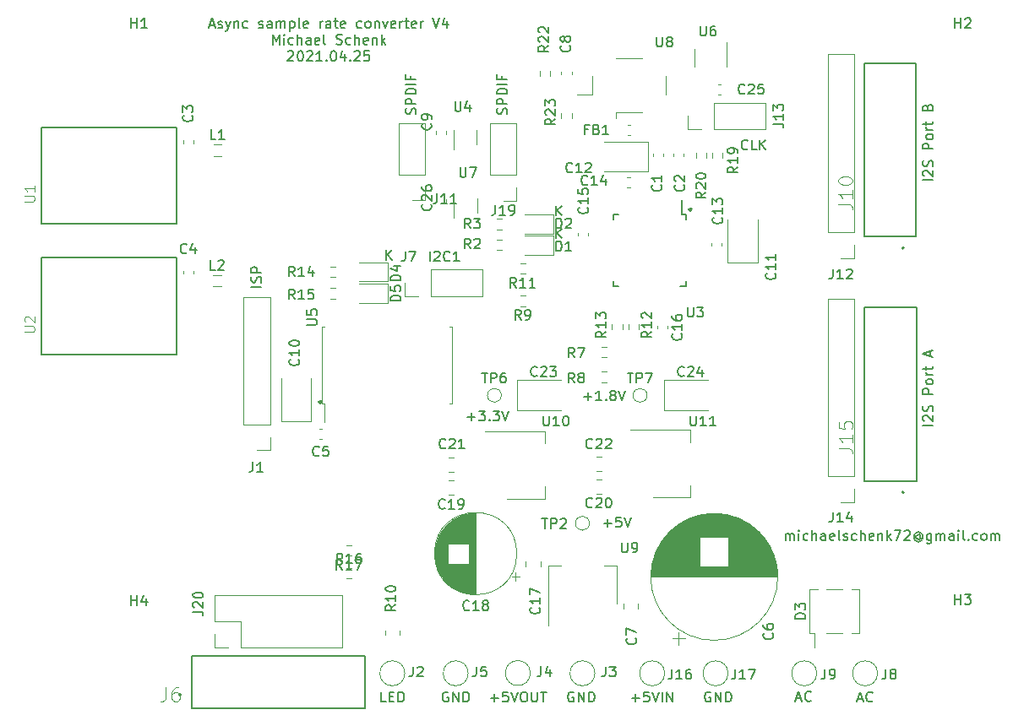
<source format=gbr>
G04 #@! TF.GenerationSoftware,KiCad,Pcbnew,(5.1.9-0-10_14)*
G04 #@! TF.CreationDate,2021-04-25T13:46:17+02:00*
G04 #@! TF.ProjectId,dac,6461632e-6b69-4636-9164-5f7063625858,rev?*
G04 #@! TF.SameCoordinates,Original*
G04 #@! TF.FileFunction,Legend,Top*
G04 #@! TF.FilePolarity,Positive*
%FSLAX46Y46*%
G04 Gerber Fmt 4.6, Leading zero omitted, Abs format (unit mm)*
G04 Created by KiCad (PCBNEW (5.1.9-0-10_14)) date 2021-04-25 13:46:17*
%MOMM*%
%LPD*%
G01*
G04 APERTURE LIST*
%ADD10C,0.150000*%
%ADD11C,0.127000*%
%ADD12C,0.120000*%
%ADD13C,0.200000*%
%ADD14C,0.015000*%
G04 APERTURE END LIST*
D10*
X150518761Y-66468380D02*
X150566380Y-66325523D01*
X150566380Y-66087428D01*
X150518761Y-65992190D01*
X150471142Y-65944571D01*
X150375904Y-65896952D01*
X150280666Y-65896952D01*
X150185428Y-65944571D01*
X150137809Y-65992190D01*
X150090190Y-66087428D01*
X150042571Y-66277904D01*
X149994952Y-66373142D01*
X149947333Y-66420761D01*
X149852095Y-66468380D01*
X149756857Y-66468380D01*
X149661619Y-66420761D01*
X149614000Y-66373142D01*
X149566380Y-66277904D01*
X149566380Y-66039809D01*
X149614000Y-65896952D01*
X150566380Y-65468380D02*
X149566380Y-65468380D01*
X149566380Y-65087428D01*
X149614000Y-64992190D01*
X149661619Y-64944571D01*
X149756857Y-64896952D01*
X149899714Y-64896952D01*
X149994952Y-64944571D01*
X150042571Y-64992190D01*
X150090190Y-65087428D01*
X150090190Y-65468380D01*
X150566380Y-64468380D02*
X149566380Y-64468380D01*
X149566380Y-64230285D01*
X149614000Y-64087428D01*
X149709238Y-63992190D01*
X149804476Y-63944571D01*
X149994952Y-63896952D01*
X150137809Y-63896952D01*
X150328285Y-63944571D01*
X150423523Y-63992190D01*
X150518761Y-64087428D01*
X150566380Y-64230285D01*
X150566380Y-64468380D01*
X150566380Y-63468380D02*
X149566380Y-63468380D01*
X150042571Y-62658857D02*
X150042571Y-62992190D01*
X150566380Y-62992190D02*
X149566380Y-62992190D01*
X149566380Y-62516000D01*
X138422095Y-81097380D02*
X138422095Y-80097380D01*
X138993523Y-81097380D02*
X138564952Y-80525952D01*
X138993523Y-80097380D02*
X138422095Y-80668809D01*
X160258285Y-107513428D02*
X161020190Y-107513428D01*
X160639238Y-107894380D02*
X160639238Y-107132476D01*
X161972571Y-106894380D02*
X161496380Y-106894380D01*
X161448761Y-107370571D01*
X161496380Y-107322952D01*
X161591619Y-107275333D01*
X161829714Y-107275333D01*
X161924952Y-107322952D01*
X161972571Y-107370571D01*
X162020190Y-107465809D01*
X162020190Y-107703904D01*
X161972571Y-107799142D01*
X161924952Y-107846761D01*
X161829714Y-107894380D01*
X161591619Y-107894380D01*
X161496380Y-107846761D01*
X161448761Y-107799142D01*
X162305904Y-106894380D02*
X162639238Y-107894380D01*
X162972571Y-106894380D01*
X155440095Y-78938380D02*
X155440095Y-77938380D01*
X156011523Y-78938380D02*
X155582952Y-78366952D01*
X156011523Y-77938380D02*
X155440095Y-78509809D01*
X155440095Y-76652380D02*
X155440095Y-75652380D01*
X156011523Y-76652380D02*
X155582952Y-76080952D01*
X156011523Y-75652380D02*
X155440095Y-76223809D01*
X168910000Y-75906380D02*
X168814761Y-75954000D01*
X168767142Y-76049238D01*
X168814761Y-76144476D01*
X168910000Y-76192095D01*
X169005238Y-76144476D01*
X169052857Y-76049238D01*
X169005238Y-75954000D01*
X168910000Y-75906380D01*
X131826000Y-95210380D02*
X131730761Y-95258000D01*
X131683142Y-95353238D01*
X131730761Y-95448476D01*
X131826000Y-95496095D01*
X131921238Y-95448476D01*
X131968857Y-95353238D01*
X131921238Y-95258000D01*
X131826000Y-95210380D01*
X146590000Y-96845428D02*
X147351904Y-96845428D01*
X146970952Y-97226380D02*
X146970952Y-96464476D01*
X147732857Y-96226380D02*
X148351904Y-96226380D01*
X148018571Y-96607333D01*
X148161428Y-96607333D01*
X148256666Y-96654952D01*
X148304285Y-96702571D01*
X148351904Y-96797809D01*
X148351904Y-97035904D01*
X148304285Y-97131142D01*
X148256666Y-97178761D01*
X148161428Y-97226380D01*
X147875714Y-97226380D01*
X147780476Y-97178761D01*
X147732857Y-97131142D01*
X148780476Y-97131142D02*
X148828095Y-97178761D01*
X148780476Y-97226380D01*
X148732857Y-97178761D01*
X148780476Y-97131142D01*
X148780476Y-97226380D01*
X149161428Y-96226380D02*
X149780476Y-96226380D01*
X149447142Y-96607333D01*
X149590000Y-96607333D01*
X149685238Y-96654952D01*
X149732857Y-96702571D01*
X149780476Y-96797809D01*
X149780476Y-97035904D01*
X149732857Y-97131142D01*
X149685238Y-97178761D01*
X149590000Y-97226380D01*
X149304285Y-97226380D01*
X149209047Y-97178761D01*
X149161428Y-97131142D01*
X150066190Y-96226380D02*
X150399523Y-97226380D01*
X150732857Y-96226380D01*
X158274000Y-94813428D02*
X159035904Y-94813428D01*
X158654952Y-95194380D02*
X158654952Y-94432476D01*
X160035904Y-95194380D02*
X159464476Y-95194380D01*
X159750190Y-95194380D02*
X159750190Y-94194380D01*
X159654952Y-94337238D01*
X159559714Y-94432476D01*
X159464476Y-94480095D01*
X160464476Y-95099142D02*
X160512095Y-95146761D01*
X160464476Y-95194380D01*
X160416857Y-95146761D01*
X160464476Y-95099142D01*
X160464476Y-95194380D01*
X161083523Y-94622952D02*
X160988285Y-94575333D01*
X160940666Y-94527714D01*
X160893047Y-94432476D01*
X160893047Y-94384857D01*
X160940666Y-94289619D01*
X160988285Y-94242000D01*
X161083523Y-94194380D01*
X161274000Y-94194380D01*
X161369238Y-94242000D01*
X161416857Y-94289619D01*
X161464476Y-94384857D01*
X161464476Y-94432476D01*
X161416857Y-94527714D01*
X161369238Y-94575333D01*
X161274000Y-94622952D01*
X161083523Y-94622952D01*
X160988285Y-94670571D01*
X160940666Y-94718190D01*
X160893047Y-94813428D01*
X160893047Y-95003904D01*
X160940666Y-95099142D01*
X160988285Y-95146761D01*
X161083523Y-95194380D01*
X161274000Y-95194380D01*
X161369238Y-95146761D01*
X161416857Y-95099142D01*
X161464476Y-95003904D01*
X161464476Y-94813428D01*
X161416857Y-94718190D01*
X161369238Y-94670571D01*
X161274000Y-94622952D01*
X161750190Y-94194380D02*
X162083523Y-95194380D01*
X162416857Y-94194380D01*
X174664761Y-69953142D02*
X174617142Y-70000761D01*
X174474285Y-70048380D01*
X174379047Y-70048380D01*
X174236190Y-70000761D01*
X174140952Y-69905523D01*
X174093333Y-69810285D01*
X174045714Y-69619809D01*
X174045714Y-69476952D01*
X174093333Y-69286476D01*
X174140952Y-69191238D01*
X174236190Y-69096000D01*
X174379047Y-69048380D01*
X174474285Y-69048380D01*
X174617142Y-69096000D01*
X174664761Y-69143619D01*
X175569523Y-70048380D02*
X175093333Y-70048380D01*
X175093333Y-69048380D01*
X175902857Y-70048380D02*
X175902857Y-69048380D01*
X176474285Y-70048380D02*
X176045714Y-69476952D01*
X176474285Y-69048380D02*
X175902857Y-69619809D01*
X142819619Y-81224380D02*
X142819619Y-80224380D01*
X143248190Y-80319619D02*
X143295809Y-80272000D01*
X143391047Y-80224380D01*
X143629142Y-80224380D01*
X143724380Y-80272000D01*
X143772000Y-80319619D01*
X143819619Y-80414857D01*
X143819619Y-80510095D01*
X143772000Y-80652952D01*
X143200571Y-81224380D01*
X143819619Y-81224380D01*
X144819619Y-81129142D02*
X144772000Y-81176761D01*
X144629142Y-81224380D01*
X144533904Y-81224380D01*
X144391047Y-81176761D01*
X144295809Y-81081523D01*
X144248190Y-80986285D01*
X144200571Y-80795809D01*
X144200571Y-80652952D01*
X144248190Y-80462476D01*
X144295809Y-80367238D01*
X144391047Y-80272000D01*
X144533904Y-80224380D01*
X144629142Y-80224380D01*
X144772000Y-80272000D01*
X144819619Y-80319619D01*
X145772000Y-81224380D02*
X145200571Y-81224380D01*
X145486285Y-81224380D02*
X145486285Y-80224380D01*
X145391047Y-80367238D01*
X145295809Y-80462476D01*
X145200571Y-80510095D01*
X141374761Y-66468380D02*
X141422380Y-66325523D01*
X141422380Y-66087428D01*
X141374761Y-65992190D01*
X141327142Y-65944571D01*
X141231904Y-65896952D01*
X141136666Y-65896952D01*
X141041428Y-65944571D01*
X140993809Y-65992190D01*
X140946190Y-66087428D01*
X140898571Y-66277904D01*
X140850952Y-66373142D01*
X140803333Y-66420761D01*
X140708095Y-66468380D01*
X140612857Y-66468380D01*
X140517619Y-66420761D01*
X140470000Y-66373142D01*
X140422380Y-66277904D01*
X140422380Y-66039809D01*
X140470000Y-65896952D01*
X141422380Y-65468380D02*
X140422380Y-65468380D01*
X140422380Y-65087428D01*
X140470000Y-64992190D01*
X140517619Y-64944571D01*
X140612857Y-64896952D01*
X140755714Y-64896952D01*
X140850952Y-64944571D01*
X140898571Y-64992190D01*
X140946190Y-65087428D01*
X140946190Y-65468380D01*
X141422380Y-64468380D02*
X140422380Y-64468380D01*
X140422380Y-64230285D01*
X140470000Y-64087428D01*
X140565238Y-63992190D01*
X140660476Y-63944571D01*
X140850952Y-63896952D01*
X140993809Y-63896952D01*
X141184285Y-63944571D01*
X141279523Y-63992190D01*
X141374761Y-64087428D01*
X141422380Y-64230285D01*
X141422380Y-64468380D01*
X141422380Y-63468380D02*
X140422380Y-63468380D01*
X140898571Y-62658857D02*
X140898571Y-62992190D01*
X141422380Y-62992190D02*
X140422380Y-62992190D01*
X140422380Y-62516000D01*
X125928380Y-83780190D02*
X124928380Y-83780190D01*
X125880761Y-83351619D02*
X125928380Y-83208761D01*
X125928380Y-82970666D01*
X125880761Y-82875428D01*
X125833142Y-82827809D01*
X125737904Y-82780190D01*
X125642666Y-82780190D01*
X125547428Y-82827809D01*
X125499809Y-82875428D01*
X125452190Y-82970666D01*
X125404571Y-83161142D01*
X125356952Y-83256380D01*
X125309333Y-83304000D01*
X125214095Y-83351619D01*
X125118857Y-83351619D01*
X125023619Y-83304000D01*
X124976000Y-83256380D01*
X124928380Y-83161142D01*
X124928380Y-82923047D01*
X124976000Y-82780190D01*
X125928380Y-82351619D02*
X124928380Y-82351619D01*
X124928380Y-81970666D01*
X124976000Y-81875428D01*
X125023619Y-81827809D01*
X125118857Y-81780190D01*
X125261714Y-81780190D01*
X125356952Y-81827809D01*
X125404571Y-81875428D01*
X125452190Y-81970666D01*
X125452190Y-82351619D01*
X193238380Y-97670476D02*
X192238380Y-97670476D01*
X192333619Y-97241904D02*
X192286000Y-97194285D01*
X192238380Y-97099047D01*
X192238380Y-96860952D01*
X192286000Y-96765714D01*
X192333619Y-96718095D01*
X192428857Y-96670476D01*
X192524095Y-96670476D01*
X192666952Y-96718095D01*
X193238380Y-97289523D01*
X193238380Y-96670476D01*
X193190761Y-96289523D02*
X193238380Y-96146666D01*
X193238380Y-95908571D01*
X193190761Y-95813333D01*
X193143142Y-95765714D01*
X193047904Y-95718095D01*
X192952666Y-95718095D01*
X192857428Y-95765714D01*
X192809809Y-95813333D01*
X192762190Y-95908571D01*
X192714571Y-96099047D01*
X192666952Y-96194285D01*
X192619333Y-96241904D01*
X192524095Y-96289523D01*
X192428857Y-96289523D01*
X192333619Y-96241904D01*
X192286000Y-96194285D01*
X192238380Y-96099047D01*
X192238380Y-95860952D01*
X192286000Y-95718095D01*
X193238380Y-94527619D02*
X192238380Y-94527619D01*
X192238380Y-94146666D01*
X192286000Y-94051428D01*
X192333619Y-94003809D01*
X192428857Y-93956190D01*
X192571714Y-93956190D01*
X192666952Y-94003809D01*
X192714571Y-94051428D01*
X192762190Y-94146666D01*
X192762190Y-94527619D01*
X193238380Y-93384761D02*
X193190761Y-93480000D01*
X193143142Y-93527619D01*
X193047904Y-93575238D01*
X192762190Y-93575238D01*
X192666952Y-93527619D01*
X192619333Y-93480000D01*
X192571714Y-93384761D01*
X192571714Y-93241904D01*
X192619333Y-93146666D01*
X192666952Y-93099047D01*
X192762190Y-93051428D01*
X193047904Y-93051428D01*
X193143142Y-93099047D01*
X193190761Y-93146666D01*
X193238380Y-93241904D01*
X193238380Y-93384761D01*
X193238380Y-92622857D02*
X192571714Y-92622857D01*
X192762190Y-92622857D02*
X192666952Y-92575238D01*
X192619333Y-92527619D01*
X192571714Y-92432380D01*
X192571714Y-92337142D01*
X192571714Y-92146666D02*
X192571714Y-91765714D01*
X192238380Y-92003809D02*
X193095523Y-92003809D01*
X193190761Y-91956190D01*
X193238380Y-91860952D01*
X193238380Y-91765714D01*
X192952666Y-90718095D02*
X192952666Y-90241904D01*
X193238380Y-90813333D02*
X192238380Y-90480000D01*
X193238380Y-90146666D01*
X193238380Y-73103904D02*
X192238380Y-73103904D01*
X192333619Y-72675333D02*
X192286000Y-72627714D01*
X192238380Y-72532476D01*
X192238380Y-72294380D01*
X192286000Y-72199142D01*
X192333619Y-72151523D01*
X192428857Y-72103904D01*
X192524095Y-72103904D01*
X192666952Y-72151523D01*
X193238380Y-72722952D01*
X193238380Y-72103904D01*
X193190761Y-71722952D02*
X193238380Y-71580095D01*
X193238380Y-71342000D01*
X193190761Y-71246761D01*
X193143142Y-71199142D01*
X193047904Y-71151523D01*
X192952666Y-71151523D01*
X192857428Y-71199142D01*
X192809809Y-71246761D01*
X192762190Y-71342000D01*
X192714571Y-71532476D01*
X192666952Y-71627714D01*
X192619333Y-71675333D01*
X192524095Y-71722952D01*
X192428857Y-71722952D01*
X192333619Y-71675333D01*
X192286000Y-71627714D01*
X192238380Y-71532476D01*
X192238380Y-71294380D01*
X192286000Y-71151523D01*
X193238380Y-69961047D02*
X192238380Y-69961047D01*
X192238380Y-69580095D01*
X192286000Y-69484857D01*
X192333619Y-69437238D01*
X192428857Y-69389619D01*
X192571714Y-69389619D01*
X192666952Y-69437238D01*
X192714571Y-69484857D01*
X192762190Y-69580095D01*
X192762190Y-69961047D01*
X193238380Y-68818190D02*
X193190761Y-68913428D01*
X193143142Y-68961047D01*
X193047904Y-69008666D01*
X192762190Y-69008666D01*
X192666952Y-68961047D01*
X192619333Y-68913428D01*
X192571714Y-68818190D01*
X192571714Y-68675333D01*
X192619333Y-68580095D01*
X192666952Y-68532476D01*
X192762190Y-68484857D01*
X193047904Y-68484857D01*
X193143142Y-68532476D01*
X193190761Y-68580095D01*
X193238380Y-68675333D01*
X193238380Y-68818190D01*
X193238380Y-68056285D02*
X192571714Y-68056285D01*
X192762190Y-68056285D02*
X192666952Y-68008666D01*
X192619333Y-67961047D01*
X192571714Y-67865809D01*
X192571714Y-67770571D01*
X192571714Y-67580095D02*
X192571714Y-67199142D01*
X192238380Y-67437238D02*
X193095523Y-67437238D01*
X193190761Y-67389619D01*
X193238380Y-67294380D01*
X193238380Y-67199142D01*
X192714571Y-65770571D02*
X192762190Y-65627714D01*
X192809809Y-65580095D01*
X192905047Y-65532476D01*
X193047904Y-65532476D01*
X193143142Y-65580095D01*
X193190761Y-65627714D01*
X193238380Y-65722952D01*
X193238380Y-66103904D01*
X192238380Y-66103904D01*
X192238380Y-65770571D01*
X192286000Y-65675333D01*
X192333619Y-65627714D01*
X192428857Y-65580095D01*
X192524095Y-65580095D01*
X192619333Y-65627714D01*
X192666952Y-65675333D01*
X192714571Y-65770571D01*
X192714571Y-66103904D01*
X148923714Y-125039428D02*
X149685619Y-125039428D01*
X149304666Y-125420380D02*
X149304666Y-124658476D01*
X150638000Y-124420380D02*
X150161809Y-124420380D01*
X150114190Y-124896571D01*
X150161809Y-124848952D01*
X150257047Y-124801333D01*
X150495142Y-124801333D01*
X150590380Y-124848952D01*
X150638000Y-124896571D01*
X150685619Y-124991809D01*
X150685619Y-125229904D01*
X150638000Y-125325142D01*
X150590380Y-125372761D01*
X150495142Y-125420380D01*
X150257047Y-125420380D01*
X150161809Y-125372761D01*
X150114190Y-125325142D01*
X150971333Y-124420380D02*
X151304666Y-125420380D01*
X151638000Y-124420380D01*
X152161809Y-124420380D02*
X152352285Y-124420380D01*
X152447523Y-124468000D01*
X152542761Y-124563238D01*
X152590380Y-124753714D01*
X152590380Y-125087047D01*
X152542761Y-125277523D01*
X152447523Y-125372761D01*
X152352285Y-125420380D01*
X152161809Y-125420380D01*
X152066571Y-125372761D01*
X151971333Y-125277523D01*
X151923714Y-125087047D01*
X151923714Y-124753714D01*
X151971333Y-124563238D01*
X152066571Y-124468000D01*
X152161809Y-124420380D01*
X153018952Y-124420380D02*
X153018952Y-125229904D01*
X153066571Y-125325142D01*
X153114190Y-125372761D01*
X153209428Y-125420380D01*
X153399904Y-125420380D01*
X153495142Y-125372761D01*
X153542761Y-125325142D01*
X153590380Y-125229904D01*
X153590380Y-124420380D01*
X153923714Y-124420380D02*
X154495142Y-124420380D01*
X154209428Y-125420380D02*
X154209428Y-124420380D01*
X138422142Y-125420380D02*
X137945952Y-125420380D01*
X137945952Y-124420380D01*
X138755476Y-124896571D02*
X139088809Y-124896571D01*
X139231666Y-125420380D02*
X138755476Y-125420380D01*
X138755476Y-124420380D01*
X139231666Y-124420380D01*
X139660238Y-125420380D02*
X139660238Y-124420380D01*
X139898333Y-124420380D01*
X140041190Y-124468000D01*
X140136428Y-124563238D01*
X140184047Y-124658476D01*
X140231666Y-124848952D01*
X140231666Y-124991809D01*
X140184047Y-125182285D01*
X140136428Y-125277523D01*
X140041190Y-125372761D01*
X139898333Y-125420380D01*
X139660238Y-125420380D01*
X163052380Y-125039428D02*
X163814285Y-125039428D01*
X163433333Y-125420380D02*
X163433333Y-124658476D01*
X164766666Y-124420380D02*
X164290476Y-124420380D01*
X164242857Y-124896571D01*
X164290476Y-124848952D01*
X164385714Y-124801333D01*
X164623809Y-124801333D01*
X164719047Y-124848952D01*
X164766666Y-124896571D01*
X164814285Y-124991809D01*
X164814285Y-125229904D01*
X164766666Y-125325142D01*
X164719047Y-125372761D01*
X164623809Y-125420380D01*
X164385714Y-125420380D01*
X164290476Y-125372761D01*
X164242857Y-125325142D01*
X165100000Y-124420380D02*
X165433333Y-125420380D01*
X165766666Y-124420380D01*
X166100000Y-125420380D02*
X166100000Y-124420380D01*
X166576190Y-125420380D02*
X166576190Y-124420380D01*
X167147619Y-125420380D01*
X167147619Y-124420380D01*
X157226095Y-124468000D02*
X157130857Y-124420380D01*
X156988000Y-124420380D01*
X156845142Y-124468000D01*
X156749904Y-124563238D01*
X156702285Y-124658476D01*
X156654666Y-124848952D01*
X156654666Y-124991809D01*
X156702285Y-125182285D01*
X156749904Y-125277523D01*
X156845142Y-125372761D01*
X156988000Y-125420380D01*
X157083238Y-125420380D01*
X157226095Y-125372761D01*
X157273714Y-125325142D01*
X157273714Y-124991809D01*
X157083238Y-124991809D01*
X157702285Y-125420380D02*
X157702285Y-124420380D01*
X158273714Y-125420380D01*
X158273714Y-124420380D01*
X158749904Y-125420380D02*
X158749904Y-124420380D01*
X158988000Y-124420380D01*
X159130857Y-124468000D01*
X159226095Y-124563238D01*
X159273714Y-124658476D01*
X159321333Y-124848952D01*
X159321333Y-124991809D01*
X159273714Y-125182285D01*
X159226095Y-125277523D01*
X159130857Y-125372761D01*
X158988000Y-125420380D01*
X158749904Y-125420380D01*
X144653095Y-124468000D02*
X144557857Y-124420380D01*
X144415000Y-124420380D01*
X144272142Y-124468000D01*
X144176904Y-124563238D01*
X144129285Y-124658476D01*
X144081666Y-124848952D01*
X144081666Y-124991809D01*
X144129285Y-125182285D01*
X144176904Y-125277523D01*
X144272142Y-125372761D01*
X144415000Y-125420380D01*
X144510238Y-125420380D01*
X144653095Y-125372761D01*
X144700714Y-125325142D01*
X144700714Y-124991809D01*
X144510238Y-124991809D01*
X145129285Y-125420380D02*
X145129285Y-124420380D01*
X145700714Y-125420380D01*
X145700714Y-124420380D01*
X146176904Y-125420380D02*
X146176904Y-124420380D01*
X146415000Y-124420380D01*
X146557857Y-124468000D01*
X146653095Y-124563238D01*
X146700714Y-124658476D01*
X146748333Y-124848952D01*
X146748333Y-124991809D01*
X146700714Y-125182285D01*
X146653095Y-125277523D01*
X146557857Y-125372761D01*
X146415000Y-125420380D01*
X146176904Y-125420380D01*
X170942095Y-124468000D02*
X170846857Y-124420380D01*
X170704000Y-124420380D01*
X170561142Y-124468000D01*
X170465904Y-124563238D01*
X170418285Y-124658476D01*
X170370666Y-124848952D01*
X170370666Y-124991809D01*
X170418285Y-125182285D01*
X170465904Y-125277523D01*
X170561142Y-125372761D01*
X170704000Y-125420380D01*
X170799238Y-125420380D01*
X170942095Y-125372761D01*
X170989714Y-125325142D01*
X170989714Y-124991809D01*
X170799238Y-124991809D01*
X171418285Y-125420380D02*
X171418285Y-124420380D01*
X171989714Y-125420380D01*
X171989714Y-124420380D01*
X172465904Y-125420380D02*
X172465904Y-124420380D01*
X172704000Y-124420380D01*
X172846857Y-124468000D01*
X172942095Y-124563238D01*
X172989714Y-124658476D01*
X173037333Y-124848952D01*
X173037333Y-124991809D01*
X172989714Y-125182285D01*
X172942095Y-125277523D01*
X172846857Y-125372761D01*
X172704000Y-125420380D01*
X172465904Y-125420380D01*
X185697904Y-125134666D02*
X186174095Y-125134666D01*
X185602666Y-125420380D02*
X185936000Y-124420380D01*
X186269333Y-125420380D01*
X187174095Y-125325142D02*
X187126476Y-125372761D01*
X186983619Y-125420380D01*
X186888380Y-125420380D01*
X186745523Y-125372761D01*
X186650285Y-125277523D01*
X186602666Y-125182285D01*
X186555047Y-124991809D01*
X186555047Y-124848952D01*
X186602666Y-124658476D01*
X186650285Y-124563238D01*
X186745523Y-124468000D01*
X186888380Y-124420380D01*
X186983619Y-124420380D01*
X187126476Y-124468000D01*
X187174095Y-124515619D01*
X179538404Y-125071166D02*
X180014595Y-125071166D01*
X179443166Y-125356880D02*
X179776500Y-124356880D01*
X180109833Y-125356880D01*
X181014595Y-125261642D02*
X180966976Y-125309261D01*
X180824119Y-125356880D01*
X180728880Y-125356880D01*
X180586023Y-125309261D01*
X180490785Y-125214023D01*
X180443166Y-125118785D01*
X180395547Y-124928309D01*
X180395547Y-124785452D01*
X180443166Y-124594976D01*
X180490785Y-124499738D01*
X180586023Y-124404500D01*
X180728880Y-124356880D01*
X180824119Y-124356880D01*
X180966976Y-124404500D01*
X181014595Y-124452119D01*
X178464914Y-109215180D02*
X178464914Y-108548514D01*
X178464914Y-108643752D02*
X178512533Y-108596133D01*
X178607771Y-108548514D01*
X178750628Y-108548514D01*
X178845866Y-108596133D01*
X178893485Y-108691371D01*
X178893485Y-109215180D01*
X178893485Y-108691371D02*
X178941104Y-108596133D01*
X179036342Y-108548514D01*
X179179200Y-108548514D01*
X179274438Y-108596133D01*
X179322057Y-108691371D01*
X179322057Y-109215180D01*
X179798247Y-109215180D02*
X179798247Y-108548514D01*
X179798247Y-108215180D02*
X179750628Y-108262800D01*
X179798247Y-108310419D01*
X179845866Y-108262800D01*
X179798247Y-108215180D01*
X179798247Y-108310419D01*
X180703009Y-109167561D02*
X180607771Y-109215180D01*
X180417295Y-109215180D01*
X180322057Y-109167561D01*
X180274438Y-109119942D01*
X180226819Y-109024704D01*
X180226819Y-108738990D01*
X180274438Y-108643752D01*
X180322057Y-108596133D01*
X180417295Y-108548514D01*
X180607771Y-108548514D01*
X180703009Y-108596133D01*
X181131580Y-109215180D02*
X181131580Y-108215180D01*
X181560152Y-109215180D02*
X181560152Y-108691371D01*
X181512533Y-108596133D01*
X181417295Y-108548514D01*
X181274438Y-108548514D01*
X181179200Y-108596133D01*
X181131580Y-108643752D01*
X182464914Y-109215180D02*
X182464914Y-108691371D01*
X182417295Y-108596133D01*
X182322057Y-108548514D01*
X182131580Y-108548514D01*
X182036342Y-108596133D01*
X182464914Y-109167561D02*
X182369676Y-109215180D01*
X182131580Y-109215180D01*
X182036342Y-109167561D01*
X181988723Y-109072323D01*
X181988723Y-108977085D01*
X182036342Y-108881847D01*
X182131580Y-108834228D01*
X182369676Y-108834228D01*
X182464914Y-108786609D01*
X183322057Y-109167561D02*
X183226819Y-109215180D01*
X183036342Y-109215180D01*
X182941104Y-109167561D01*
X182893485Y-109072323D01*
X182893485Y-108691371D01*
X182941104Y-108596133D01*
X183036342Y-108548514D01*
X183226819Y-108548514D01*
X183322057Y-108596133D01*
X183369676Y-108691371D01*
X183369676Y-108786609D01*
X182893485Y-108881847D01*
X183941104Y-109215180D02*
X183845866Y-109167561D01*
X183798247Y-109072323D01*
X183798247Y-108215180D01*
X184274438Y-109167561D02*
X184369676Y-109215180D01*
X184560152Y-109215180D01*
X184655390Y-109167561D01*
X184703009Y-109072323D01*
X184703009Y-109024704D01*
X184655390Y-108929466D01*
X184560152Y-108881847D01*
X184417295Y-108881847D01*
X184322057Y-108834228D01*
X184274438Y-108738990D01*
X184274438Y-108691371D01*
X184322057Y-108596133D01*
X184417295Y-108548514D01*
X184560152Y-108548514D01*
X184655390Y-108596133D01*
X185560152Y-109167561D02*
X185464914Y-109215180D01*
X185274438Y-109215180D01*
X185179200Y-109167561D01*
X185131580Y-109119942D01*
X185083961Y-109024704D01*
X185083961Y-108738990D01*
X185131580Y-108643752D01*
X185179200Y-108596133D01*
X185274438Y-108548514D01*
X185464914Y-108548514D01*
X185560152Y-108596133D01*
X185988723Y-109215180D02*
X185988723Y-108215180D01*
X186417295Y-109215180D02*
X186417295Y-108691371D01*
X186369676Y-108596133D01*
X186274438Y-108548514D01*
X186131580Y-108548514D01*
X186036342Y-108596133D01*
X185988723Y-108643752D01*
X187274438Y-109167561D02*
X187179200Y-109215180D01*
X186988723Y-109215180D01*
X186893485Y-109167561D01*
X186845866Y-109072323D01*
X186845866Y-108691371D01*
X186893485Y-108596133D01*
X186988723Y-108548514D01*
X187179200Y-108548514D01*
X187274438Y-108596133D01*
X187322057Y-108691371D01*
X187322057Y-108786609D01*
X186845866Y-108881847D01*
X187750628Y-108548514D02*
X187750628Y-109215180D01*
X187750628Y-108643752D02*
X187798247Y-108596133D01*
X187893485Y-108548514D01*
X188036342Y-108548514D01*
X188131580Y-108596133D01*
X188179200Y-108691371D01*
X188179200Y-109215180D01*
X188655390Y-109215180D02*
X188655390Y-108215180D01*
X188750628Y-108834228D02*
X189036342Y-109215180D01*
X189036342Y-108548514D02*
X188655390Y-108929466D01*
X189369676Y-108215180D02*
X190036342Y-108215180D01*
X189607771Y-109215180D01*
X190369676Y-108310419D02*
X190417295Y-108262800D01*
X190512533Y-108215180D01*
X190750628Y-108215180D01*
X190845866Y-108262800D01*
X190893485Y-108310419D01*
X190941104Y-108405657D01*
X190941104Y-108500895D01*
X190893485Y-108643752D01*
X190322057Y-109215180D01*
X190941104Y-109215180D01*
X191988723Y-108738990D02*
X191941104Y-108691371D01*
X191845866Y-108643752D01*
X191750628Y-108643752D01*
X191655390Y-108691371D01*
X191607771Y-108738990D01*
X191560152Y-108834228D01*
X191560152Y-108929466D01*
X191607771Y-109024704D01*
X191655390Y-109072323D01*
X191750628Y-109119942D01*
X191845866Y-109119942D01*
X191941104Y-109072323D01*
X191988723Y-109024704D01*
X191988723Y-108643752D02*
X191988723Y-109024704D01*
X192036342Y-109072323D01*
X192083961Y-109072323D01*
X192179200Y-109024704D01*
X192226819Y-108929466D01*
X192226819Y-108691371D01*
X192131580Y-108548514D01*
X191988723Y-108453276D01*
X191798247Y-108405657D01*
X191607771Y-108453276D01*
X191464914Y-108548514D01*
X191369676Y-108691371D01*
X191322057Y-108881847D01*
X191369676Y-109072323D01*
X191464914Y-109215180D01*
X191607771Y-109310419D01*
X191798247Y-109358038D01*
X191988723Y-109310419D01*
X192131580Y-109215180D01*
X193083961Y-108548514D02*
X193083961Y-109358038D01*
X193036342Y-109453276D01*
X192988723Y-109500895D01*
X192893485Y-109548514D01*
X192750628Y-109548514D01*
X192655390Y-109500895D01*
X193083961Y-109167561D02*
X192988723Y-109215180D01*
X192798247Y-109215180D01*
X192703009Y-109167561D01*
X192655390Y-109119942D01*
X192607771Y-109024704D01*
X192607771Y-108738990D01*
X192655390Y-108643752D01*
X192703009Y-108596133D01*
X192798247Y-108548514D01*
X192988723Y-108548514D01*
X193083961Y-108596133D01*
X193560152Y-109215180D02*
X193560152Y-108548514D01*
X193560152Y-108643752D02*
X193607771Y-108596133D01*
X193703009Y-108548514D01*
X193845866Y-108548514D01*
X193941104Y-108596133D01*
X193988723Y-108691371D01*
X193988723Y-109215180D01*
X193988723Y-108691371D02*
X194036342Y-108596133D01*
X194131580Y-108548514D01*
X194274438Y-108548514D01*
X194369676Y-108596133D01*
X194417295Y-108691371D01*
X194417295Y-109215180D01*
X195322057Y-109215180D02*
X195322057Y-108691371D01*
X195274438Y-108596133D01*
X195179200Y-108548514D01*
X194988723Y-108548514D01*
X194893485Y-108596133D01*
X195322057Y-109167561D02*
X195226819Y-109215180D01*
X194988723Y-109215180D01*
X194893485Y-109167561D01*
X194845866Y-109072323D01*
X194845866Y-108977085D01*
X194893485Y-108881847D01*
X194988723Y-108834228D01*
X195226819Y-108834228D01*
X195322057Y-108786609D01*
X195798247Y-109215180D02*
X195798247Y-108548514D01*
X195798247Y-108215180D02*
X195750628Y-108262800D01*
X195798247Y-108310419D01*
X195845866Y-108262800D01*
X195798247Y-108215180D01*
X195798247Y-108310419D01*
X196417295Y-109215180D02*
X196322057Y-109167561D01*
X196274438Y-109072323D01*
X196274438Y-108215180D01*
X196798247Y-109119942D02*
X196845866Y-109167561D01*
X196798247Y-109215180D01*
X196750628Y-109167561D01*
X196798247Y-109119942D01*
X196798247Y-109215180D01*
X197703009Y-109167561D02*
X197607771Y-109215180D01*
X197417295Y-109215180D01*
X197322057Y-109167561D01*
X197274438Y-109119942D01*
X197226819Y-109024704D01*
X197226819Y-108738990D01*
X197274438Y-108643752D01*
X197322057Y-108596133D01*
X197417295Y-108548514D01*
X197607771Y-108548514D01*
X197703009Y-108596133D01*
X198274438Y-109215180D02*
X198179200Y-109167561D01*
X198131580Y-109119942D01*
X198083961Y-109024704D01*
X198083961Y-108738990D01*
X198131580Y-108643752D01*
X198179200Y-108596133D01*
X198274438Y-108548514D01*
X198417295Y-108548514D01*
X198512533Y-108596133D01*
X198560152Y-108643752D01*
X198607771Y-108738990D01*
X198607771Y-109024704D01*
X198560152Y-109119942D01*
X198512533Y-109167561D01*
X198417295Y-109215180D01*
X198274438Y-109215180D01*
X199036342Y-109215180D02*
X199036342Y-108548514D01*
X199036342Y-108643752D02*
X199083961Y-108596133D01*
X199179200Y-108548514D01*
X199322057Y-108548514D01*
X199417295Y-108596133D01*
X199464914Y-108691371D01*
X199464914Y-109215180D01*
X199464914Y-108691371D02*
X199512533Y-108596133D01*
X199607771Y-108548514D01*
X199750628Y-108548514D01*
X199845866Y-108596133D01*
X199893485Y-108691371D01*
X199893485Y-109215180D01*
X120737219Y-57546266D02*
X121213409Y-57546266D01*
X120641980Y-57831980D02*
X120975314Y-56831980D01*
X121308647Y-57831980D01*
X121594361Y-57784361D02*
X121689600Y-57831980D01*
X121880076Y-57831980D01*
X121975314Y-57784361D01*
X122022933Y-57689123D01*
X122022933Y-57641504D01*
X121975314Y-57546266D01*
X121880076Y-57498647D01*
X121737219Y-57498647D01*
X121641980Y-57451028D01*
X121594361Y-57355790D01*
X121594361Y-57308171D01*
X121641980Y-57212933D01*
X121737219Y-57165314D01*
X121880076Y-57165314D01*
X121975314Y-57212933D01*
X122356266Y-57165314D02*
X122594361Y-57831980D01*
X122832457Y-57165314D02*
X122594361Y-57831980D01*
X122499123Y-58070076D01*
X122451504Y-58117695D01*
X122356266Y-58165314D01*
X123213409Y-57165314D02*
X123213409Y-57831980D01*
X123213409Y-57260552D02*
X123261028Y-57212933D01*
X123356266Y-57165314D01*
X123499123Y-57165314D01*
X123594361Y-57212933D01*
X123641980Y-57308171D01*
X123641980Y-57831980D01*
X124546742Y-57784361D02*
X124451504Y-57831980D01*
X124261028Y-57831980D01*
X124165790Y-57784361D01*
X124118171Y-57736742D01*
X124070552Y-57641504D01*
X124070552Y-57355790D01*
X124118171Y-57260552D01*
X124165790Y-57212933D01*
X124261028Y-57165314D01*
X124451504Y-57165314D01*
X124546742Y-57212933D01*
X125689600Y-57784361D02*
X125784838Y-57831980D01*
X125975314Y-57831980D01*
X126070552Y-57784361D01*
X126118171Y-57689123D01*
X126118171Y-57641504D01*
X126070552Y-57546266D01*
X125975314Y-57498647D01*
X125832457Y-57498647D01*
X125737219Y-57451028D01*
X125689600Y-57355790D01*
X125689600Y-57308171D01*
X125737219Y-57212933D01*
X125832457Y-57165314D01*
X125975314Y-57165314D01*
X126070552Y-57212933D01*
X126975314Y-57831980D02*
X126975314Y-57308171D01*
X126927695Y-57212933D01*
X126832457Y-57165314D01*
X126641980Y-57165314D01*
X126546742Y-57212933D01*
X126975314Y-57784361D02*
X126880076Y-57831980D01*
X126641980Y-57831980D01*
X126546742Y-57784361D01*
X126499123Y-57689123D01*
X126499123Y-57593885D01*
X126546742Y-57498647D01*
X126641980Y-57451028D01*
X126880076Y-57451028D01*
X126975314Y-57403409D01*
X127451504Y-57831980D02*
X127451504Y-57165314D01*
X127451504Y-57260552D02*
X127499123Y-57212933D01*
X127594361Y-57165314D01*
X127737219Y-57165314D01*
X127832457Y-57212933D01*
X127880076Y-57308171D01*
X127880076Y-57831980D01*
X127880076Y-57308171D02*
X127927695Y-57212933D01*
X128022933Y-57165314D01*
X128165790Y-57165314D01*
X128261028Y-57212933D01*
X128308647Y-57308171D01*
X128308647Y-57831980D01*
X128784838Y-57165314D02*
X128784838Y-58165314D01*
X128784838Y-57212933D02*
X128880076Y-57165314D01*
X129070552Y-57165314D01*
X129165790Y-57212933D01*
X129213409Y-57260552D01*
X129261028Y-57355790D01*
X129261028Y-57641504D01*
X129213409Y-57736742D01*
X129165790Y-57784361D01*
X129070552Y-57831980D01*
X128880076Y-57831980D01*
X128784838Y-57784361D01*
X129832457Y-57831980D02*
X129737219Y-57784361D01*
X129689600Y-57689123D01*
X129689600Y-56831980D01*
X130594361Y-57784361D02*
X130499123Y-57831980D01*
X130308647Y-57831980D01*
X130213409Y-57784361D01*
X130165790Y-57689123D01*
X130165790Y-57308171D01*
X130213409Y-57212933D01*
X130308647Y-57165314D01*
X130499123Y-57165314D01*
X130594361Y-57212933D01*
X130641980Y-57308171D01*
X130641980Y-57403409D01*
X130165790Y-57498647D01*
X131832457Y-57831980D02*
X131832457Y-57165314D01*
X131832457Y-57355790D02*
X131880076Y-57260552D01*
X131927695Y-57212933D01*
X132022933Y-57165314D01*
X132118171Y-57165314D01*
X132880076Y-57831980D02*
X132880076Y-57308171D01*
X132832457Y-57212933D01*
X132737219Y-57165314D01*
X132546742Y-57165314D01*
X132451504Y-57212933D01*
X132880076Y-57784361D02*
X132784838Y-57831980D01*
X132546742Y-57831980D01*
X132451504Y-57784361D01*
X132403885Y-57689123D01*
X132403885Y-57593885D01*
X132451504Y-57498647D01*
X132546742Y-57451028D01*
X132784838Y-57451028D01*
X132880076Y-57403409D01*
X133213409Y-57165314D02*
X133594361Y-57165314D01*
X133356266Y-56831980D02*
X133356266Y-57689123D01*
X133403885Y-57784361D01*
X133499123Y-57831980D01*
X133594361Y-57831980D01*
X134308647Y-57784361D02*
X134213409Y-57831980D01*
X134022933Y-57831980D01*
X133927695Y-57784361D01*
X133880076Y-57689123D01*
X133880076Y-57308171D01*
X133927695Y-57212933D01*
X134022933Y-57165314D01*
X134213409Y-57165314D01*
X134308647Y-57212933D01*
X134356266Y-57308171D01*
X134356266Y-57403409D01*
X133880076Y-57498647D01*
X135975314Y-57784361D02*
X135880076Y-57831980D01*
X135689600Y-57831980D01*
X135594361Y-57784361D01*
X135546742Y-57736742D01*
X135499123Y-57641504D01*
X135499123Y-57355790D01*
X135546742Y-57260552D01*
X135594361Y-57212933D01*
X135689600Y-57165314D01*
X135880076Y-57165314D01*
X135975314Y-57212933D01*
X136546742Y-57831980D02*
X136451504Y-57784361D01*
X136403885Y-57736742D01*
X136356266Y-57641504D01*
X136356266Y-57355790D01*
X136403885Y-57260552D01*
X136451504Y-57212933D01*
X136546742Y-57165314D01*
X136689600Y-57165314D01*
X136784838Y-57212933D01*
X136832457Y-57260552D01*
X136880076Y-57355790D01*
X136880076Y-57641504D01*
X136832457Y-57736742D01*
X136784838Y-57784361D01*
X136689600Y-57831980D01*
X136546742Y-57831980D01*
X137308647Y-57165314D02*
X137308647Y-57831980D01*
X137308647Y-57260552D02*
X137356266Y-57212933D01*
X137451504Y-57165314D01*
X137594361Y-57165314D01*
X137689600Y-57212933D01*
X137737219Y-57308171D01*
X137737219Y-57831980D01*
X138118171Y-57165314D02*
X138356266Y-57831980D01*
X138594361Y-57165314D01*
X139356266Y-57784361D02*
X139261028Y-57831980D01*
X139070552Y-57831980D01*
X138975314Y-57784361D01*
X138927695Y-57689123D01*
X138927695Y-57308171D01*
X138975314Y-57212933D01*
X139070552Y-57165314D01*
X139261028Y-57165314D01*
X139356266Y-57212933D01*
X139403885Y-57308171D01*
X139403885Y-57403409D01*
X138927695Y-57498647D01*
X139832457Y-57831980D02*
X139832457Y-57165314D01*
X139832457Y-57355790D02*
X139880076Y-57260552D01*
X139927695Y-57212933D01*
X140022933Y-57165314D01*
X140118171Y-57165314D01*
X140308647Y-57165314D02*
X140689600Y-57165314D01*
X140451504Y-56831980D02*
X140451504Y-57689123D01*
X140499123Y-57784361D01*
X140594361Y-57831980D01*
X140689600Y-57831980D01*
X141403885Y-57784361D02*
X141308647Y-57831980D01*
X141118171Y-57831980D01*
X141022933Y-57784361D01*
X140975314Y-57689123D01*
X140975314Y-57308171D01*
X141022933Y-57212933D01*
X141118171Y-57165314D01*
X141308647Y-57165314D01*
X141403885Y-57212933D01*
X141451504Y-57308171D01*
X141451504Y-57403409D01*
X140975314Y-57498647D01*
X141880076Y-57831980D02*
X141880076Y-57165314D01*
X141880076Y-57355790D02*
X141927695Y-57260552D01*
X141975314Y-57212933D01*
X142070552Y-57165314D01*
X142165790Y-57165314D01*
X143118171Y-56831980D02*
X143451504Y-57831980D01*
X143784838Y-56831980D01*
X144546742Y-57165314D02*
X144546742Y-57831980D01*
X144308647Y-56784361D02*
X144070552Y-57498647D01*
X144689600Y-57498647D01*
X127070552Y-59481980D02*
X127070552Y-58481980D01*
X127403885Y-59196266D01*
X127737219Y-58481980D01*
X127737219Y-59481980D01*
X128213409Y-59481980D02*
X128213409Y-58815314D01*
X128213409Y-58481980D02*
X128165790Y-58529600D01*
X128213409Y-58577219D01*
X128261028Y-58529600D01*
X128213409Y-58481980D01*
X128213409Y-58577219D01*
X129118171Y-59434361D02*
X129022933Y-59481980D01*
X128832457Y-59481980D01*
X128737219Y-59434361D01*
X128689600Y-59386742D01*
X128641980Y-59291504D01*
X128641980Y-59005790D01*
X128689600Y-58910552D01*
X128737219Y-58862933D01*
X128832457Y-58815314D01*
X129022933Y-58815314D01*
X129118171Y-58862933D01*
X129546742Y-59481980D02*
X129546742Y-58481980D01*
X129975314Y-59481980D02*
X129975314Y-58958171D01*
X129927695Y-58862933D01*
X129832457Y-58815314D01*
X129689600Y-58815314D01*
X129594361Y-58862933D01*
X129546742Y-58910552D01*
X130880076Y-59481980D02*
X130880076Y-58958171D01*
X130832457Y-58862933D01*
X130737219Y-58815314D01*
X130546742Y-58815314D01*
X130451504Y-58862933D01*
X130880076Y-59434361D02*
X130784838Y-59481980D01*
X130546742Y-59481980D01*
X130451504Y-59434361D01*
X130403885Y-59339123D01*
X130403885Y-59243885D01*
X130451504Y-59148647D01*
X130546742Y-59101028D01*
X130784838Y-59101028D01*
X130880076Y-59053409D01*
X131737219Y-59434361D02*
X131641980Y-59481980D01*
X131451504Y-59481980D01*
X131356266Y-59434361D01*
X131308647Y-59339123D01*
X131308647Y-58958171D01*
X131356266Y-58862933D01*
X131451504Y-58815314D01*
X131641980Y-58815314D01*
X131737219Y-58862933D01*
X131784838Y-58958171D01*
X131784838Y-59053409D01*
X131308647Y-59148647D01*
X132356266Y-59481980D02*
X132261028Y-59434361D01*
X132213409Y-59339123D01*
X132213409Y-58481980D01*
X133451504Y-59434361D02*
X133594361Y-59481980D01*
X133832457Y-59481980D01*
X133927695Y-59434361D01*
X133975314Y-59386742D01*
X134022933Y-59291504D01*
X134022933Y-59196266D01*
X133975314Y-59101028D01*
X133927695Y-59053409D01*
X133832457Y-59005790D01*
X133641980Y-58958171D01*
X133546742Y-58910552D01*
X133499123Y-58862933D01*
X133451504Y-58767695D01*
X133451504Y-58672457D01*
X133499123Y-58577219D01*
X133546742Y-58529600D01*
X133641980Y-58481980D01*
X133880076Y-58481980D01*
X134022933Y-58529600D01*
X134880076Y-59434361D02*
X134784838Y-59481980D01*
X134594361Y-59481980D01*
X134499123Y-59434361D01*
X134451504Y-59386742D01*
X134403885Y-59291504D01*
X134403885Y-59005790D01*
X134451504Y-58910552D01*
X134499123Y-58862933D01*
X134594361Y-58815314D01*
X134784838Y-58815314D01*
X134880076Y-58862933D01*
X135308647Y-59481980D02*
X135308647Y-58481980D01*
X135737219Y-59481980D02*
X135737219Y-58958171D01*
X135689600Y-58862933D01*
X135594361Y-58815314D01*
X135451504Y-58815314D01*
X135356266Y-58862933D01*
X135308647Y-58910552D01*
X136594361Y-59434361D02*
X136499123Y-59481980D01*
X136308647Y-59481980D01*
X136213409Y-59434361D01*
X136165790Y-59339123D01*
X136165790Y-58958171D01*
X136213409Y-58862933D01*
X136308647Y-58815314D01*
X136499123Y-58815314D01*
X136594361Y-58862933D01*
X136641980Y-58958171D01*
X136641980Y-59053409D01*
X136165790Y-59148647D01*
X137070552Y-58815314D02*
X137070552Y-59481980D01*
X137070552Y-58910552D02*
X137118171Y-58862933D01*
X137213409Y-58815314D01*
X137356266Y-58815314D01*
X137451504Y-58862933D01*
X137499123Y-58958171D01*
X137499123Y-59481980D01*
X137975314Y-59481980D02*
X137975314Y-58481980D01*
X138070552Y-59101028D02*
X138356266Y-59481980D01*
X138356266Y-58815314D02*
X137975314Y-59196266D01*
X128594361Y-60227219D02*
X128641980Y-60179600D01*
X128737219Y-60131980D01*
X128975314Y-60131980D01*
X129070552Y-60179600D01*
X129118171Y-60227219D01*
X129165790Y-60322457D01*
X129165790Y-60417695D01*
X129118171Y-60560552D01*
X128546742Y-61131980D01*
X129165790Y-61131980D01*
X129784838Y-60131980D02*
X129880076Y-60131980D01*
X129975314Y-60179600D01*
X130022933Y-60227219D01*
X130070552Y-60322457D01*
X130118171Y-60512933D01*
X130118171Y-60751028D01*
X130070552Y-60941504D01*
X130022933Y-61036742D01*
X129975314Y-61084361D01*
X129880076Y-61131980D01*
X129784838Y-61131980D01*
X129689600Y-61084361D01*
X129641980Y-61036742D01*
X129594361Y-60941504D01*
X129546742Y-60751028D01*
X129546742Y-60512933D01*
X129594361Y-60322457D01*
X129641980Y-60227219D01*
X129689600Y-60179600D01*
X129784838Y-60131980D01*
X130499123Y-60227219D02*
X130546742Y-60179600D01*
X130641980Y-60131980D01*
X130880076Y-60131980D01*
X130975314Y-60179600D01*
X131022933Y-60227219D01*
X131070552Y-60322457D01*
X131070552Y-60417695D01*
X131022933Y-60560552D01*
X130451504Y-61131980D01*
X131070552Y-61131980D01*
X132022933Y-61131980D02*
X131451504Y-61131980D01*
X131737219Y-61131980D02*
X131737219Y-60131980D01*
X131641980Y-60274838D01*
X131546742Y-60370076D01*
X131451504Y-60417695D01*
X132451504Y-61036742D02*
X132499123Y-61084361D01*
X132451504Y-61131980D01*
X132403885Y-61084361D01*
X132451504Y-61036742D01*
X132451504Y-61131980D01*
X133118171Y-60131980D02*
X133213409Y-60131980D01*
X133308647Y-60179600D01*
X133356266Y-60227219D01*
X133403885Y-60322457D01*
X133451504Y-60512933D01*
X133451504Y-60751028D01*
X133403885Y-60941504D01*
X133356266Y-61036742D01*
X133308647Y-61084361D01*
X133213409Y-61131980D01*
X133118171Y-61131980D01*
X133022933Y-61084361D01*
X132975314Y-61036742D01*
X132927695Y-60941504D01*
X132880076Y-60751028D01*
X132880076Y-60512933D01*
X132927695Y-60322457D01*
X132975314Y-60227219D01*
X133022933Y-60179600D01*
X133118171Y-60131980D01*
X134308647Y-60465314D02*
X134308647Y-61131980D01*
X134070552Y-60084361D02*
X133832457Y-60798647D01*
X134451504Y-60798647D01*
X134832457Y-61036742D02*
X134880076Y-61084361D01*
X134832457Y-61131980D01*
X134784838Y-61084361D01*
X134832457Y-61036742D01*
X134832457Y-61131980D01*
X135261028Y-60227219D02*
X135308647Y-60179600D01*
X135403885Y-60131980D01*
X135641980Y-60131980D01*
X135737219Y-60179600D01*
X135784838Y-60227219D01*
X135832457Y-60322457D01*
X135832457Y-60417695D01*
X135784838Y-60560552D01*
X135213409Y-61131980D01*
X135832457Y-61131980D01*
X136737219Y-60131980D02*
X136261028Y-60131980D01*
X136213409Y-60608171D01*
X136261028Y-60560552D01*
X136356266Y-60512933D01*
X136594361Y-60512933D01*
X136689600Y-60560552D01*
X136737219Y-60608171D01*
X136784838Y-60703409D01*
X136784838Y-60941504D01*
X136737219Y-61036742D01*
X136689600Y-61084361D01*
X136594361Y-61131980D01*
X136356266Y-61131980D01*
X136261028Y-61084361D01*
X136213409Y-61036742D01*
D11*
X117405000Y-80875000D02*
X117405000Y-90575000D01*
X103905000Y-90575000D02*
X117405000Y-90575000D01*
X103905000Y-80875000D02*
X117405000Y-80875000D01*
X103905000Y-80875000D02*
X103905000Y-90575000D01*
X117405000Y-67794000D02*
X117405000Y-77494000D01*
X103905000Y-77494000D02*
X117405000Y-77494000D01*
X103905000Y-67794000D02*
X117405000Y-67794000D01*
X103905000Y-67794000D02*
X103905000Y-77494000D01*
D12*
X134070400Y-119948000D02*
X134070400Y-114748000D01*
X123850400Y-119948000D02*
X134070400Y-119948000D01*
X121250400Y-114748000D02*
X134070400Y-114748000D01*
X123850400Y-119948000D02*
X123850400Y-117348000D01*
X123850400Y-117348000D02*
X121250400Y-117348000D01*
X121250400Y-117348000D02*
X121250400Y-114748000D01*
X122580400Y-119948000D02*
X121250400Y-119948000D01*
X121250400Y-119948000D02*
X121250400Y-118618000D01*
X151507500Y-67402400D02*
X148847500Y-67402400D01*
X151507500Y-72542400D02*
X151507500Y-67402400D01*
X148847500Y-72542400D02*
X148847500Y-67402400D01*
X151507500Y-72542400D02*
X148847500Y-72542400D01*
X151507500Y-73812400D02*
X151507500Y-75142400D01*
X151507500Y-75142400D02*
X150177500Y-75142400D01*
X121084958Y-82650400D02*
X121905442Y-82650400D01*
X121084958Y-83770400D02*
X121905442Y-83770400D01*
X121135758Y-69544000D02*
X121956242Y-69544000D01*
X121135758Y-70664000D02*
X121956242Y-70664000D01*
X158815000Y-107505500D02*
G75*
G03*
X158815000Y-107505500I-700000J0D01*
G01*
X134468776Y-109713500D02*
X134978224Y-109713500D01*
X134468776Y-110758500D02*
X134978224Y-110758500D01*
X134464976Y-111999500D02*
X134974424Y-111999500D01*
X134464976Y-113044500D02*
X134974424Y-113044500D01*
X132817776Y-83932500D02*
X133327224Y-83932500D01*
X132817776Y-84977500D02*
X133327224Y-84977500D01*
X132817776Y-81773500D02*
X133327224Y-81773500D01*
X132817776Y-82818500D02*
X133327224Y-82818500D01*
X135770000Y-85415000D02*
X138630000Y-85415000D01*
X138630000Y-85415000D02*
X138630000Y-83495000D01*
X138630000Y-83495000D02*
X135770000Y-83495000D01*
X135770000Y-83256000D02*
X138630000Y-83256000D01*
X138630000Y-83256000D02*
X138630000Y-81336000D01*
X138630000Y-81336000D02*
X135770000Y-81336000D01*
X162618033Y-68582000D02*
X162910567Y-68582000D01*
X162618033Y-67562000D02*
X162910567Y-67562000D01*
X147542500Y-76332000D02*
X147542500Y-74932000D01*
X145222500Y-74932000D02*
X145222500Y-76832000D01*
X147527500Y-69486700D02*
X147527500Y-68086700D01*
X145207500Y-68086700D02*
X145207500Y-69986700D01*
X143419100Y-75023933D02*
X143419100Y-75316467D01*
X144439100Y-75023933D02*
X144439100Y-75316467D01*
X143419100Y-68165933D02*
X143419100Y-68458467D01*
X144439100Y-68165933D02*
X144439100Y-68458467D01*
X169367600Y-59925200D02*
X169367600Y-61725200D01*
X172587600Y-61725200D02*
X172587600Y-59275200D01*
X172001567Y-64518000D02*
X171709033Y-64518000D01*
X172001567Y-63498000D02*
X171709033Y-63498000D01*
X157037300Y-66851624D02*
X157037300Y-66342176D01*
X155992300Y-66851624D02*
X155992300Y-66342176D01*
X154852900Y-62635224D02*
X154852900Y-62125776D01*
X153807900Y-62635224D02*
X153807900Y-62125776D01*
X170550100Y-70868624D02*
X170550100Y-70359176D01*
X169505100Y-70868624D02*
X169505100Y-70359176D01*
X172175700Y-70868624D02*
X172175700Y-70359176D01*
X171130700Y-70868624D02*
X171130700Y-70359176D01*
X161072300Y-87525776D02*
X161072300Y-88035224D01*
X162117300Y-87525776D02*
X162117300Y-88035224D01*
X162748700Y-87525776D02*
X162748700Y-88035224D01*
X163793700Y-87525776D02*
X163793700Y-88035224D01*
X152373424Y-81456000D02*
X151863976Y-81456000D01*
X152373424Y-82501000D02*
X151863976Y-82501000D01*
X152373424Y-84694500D02*
X151863976Y-84694500D01*
X152373424Y-85739500D02*
X151863976Y-85739500D01*
X149505576Y-78043300D02*
X150015024Y-78043300D01*
X149505576Y-76998300D02*
X150015024Y-76998300D01*
X149501776Y-80126100D02*
X150011224Y-80126100D01*
X149501776Y-79081100D02*
X150011224Y-79081100D01*
X172701000Y-122555000D02*
G75*
G03*
X172701000Y-122555000I-1251000J0D01*
G01*
X166351000Y-122555000D02*
G75*
G03*
X166351000Y-122555000I-1251000J0D01*
G01*
X160505224Y-93359500D02*
X159995776Y-93359500D01*
X160505224Y-92314500D02*
X159995776Y-92314500D01*
X160505224Y-90883000D02*
X159995776Y-90883000D01*
X160505224Y-89838000D02*
X159995776Y-89838000D01*
X165580600Y-88003767D02*
X165580600Y-87711233D01*
X166600600Y-88003767D02*
X166600600Y-87711233D01*
X158650400Y-78389433D02*
X158650400Y-78681967D01*
X157630400Y-78389433D02*
X157630400Y-78681967D01*
X162604233Y-72769000D02*
X162896767Y-72769000D01*
X162604233Y-73789000D02*
X162896767Y-73789000D01*
X172087000Y-79382233D02*
X172087000Y-79674767D01*
X171067000Y-79382233D02*
X171067000Y-79674767D01*
X157024800Y-62186433D02*
X157024800Y-62478967D01*
X156004800Y-62186433D02*
X156004800Y-62478967D01*
X131743233Y-98042000D02*
X132035767Y-98042000D01*
X131743233Y-99062000D02*
X132035767Y-99062000D01*
X119128000Y-82201633D02*
X119128000Y-82494167D01*
X118108000Y-82201633D02*
X118108000Y-82494167D01*
X119128000Y-69095233D02*
X119128000Y-69387767D01*
X118108000Y-69095233D02*
X118108000Y-69387767D01*
X167206200Y-70733967D02*
X167206200Y-70441433D01*
X168226200Y-70733967D02*
X168226200Y-70441433D01*
X166219600Y-70441433D02*
X166219600Y-70733967D01*
X165199600Y-70441433D02*
X165199600Y-70733967D01*
D11*
X191576000Y-103251500D02*
X186376000Y-103251500D01*
X191576000Y-85851500D02*
X191576000Y-103251500D01*
X186376000Y-85851500D02*
X191576000Y-85851500D01*
X186376000Y-103251500D02*
X186376000Y-85851500D01*
D13*
X190346000Y-104396500D02*
G75*
G03*
X190346000Y-104396500I-100000J0D01*
G01*
D12*
X185353000Y-84966500D02*
X182693000Y-84966500D01*
X185353000Y-102806500D02*
X185353000Y-84966500D01*
X182693000Y-102806500D02*
X182693000Y-84966500D01*
X185353000Y-102806500D02*
X182693000Y-102806500D01*
X185353000Y-104076500D02*
X185353000Y-105406500D01*
X185353000Y-105406500D02*
X184023000Y-105406500D01*
X176437600Y-67979600D02*
X176437600Y-65319600D01*
X171297600Y-67979600D02*
X176437600Y-67979600D01*
X171297600Y-65319600D02*
X176437600Y-65319600D01*
X171297600Y-67979600D02*
X171297600Y-65319600D01*
X170027600Y-67979600D02*
X168697600Y-67979600D01*
X168697600Y-67979600D02*
X168697600Y-66649600D01*
X142363500Y-67377000D02*
X139703500Y-67377000D01*
X142363500Y-72517000D02*
X142363500Y-67377000D01*
X139703500Y-72517000D02*
X139703500Y-67377000D01*
X142363500Y-72517000D02*
X139703500Y-72517000D01*
X142363500Y-73787000D02*
X142363500Y-75117000D01*
X142363500Y-75117000D02*
X141033500Y-75117000D01*
X185353000Y-80895500D02*
X184023000Y-80895500D01*
X185353000Y-79565500D02*
X185353000Y-80895500D01*
X185353000Y-78295500D02*
X182693000Y-78295500D01*
X182693000Y-78295500D02*
X182693000Y-60455500D01*
X185353000Y-78295500D02*
X185353000Y-60455500D01*
X185353000Y-60455500D02*
X182693000Y-60455500D01*
X140338500Y-84705500D02*
X140338500Y-83375500D01*
X141668500Y-84705500D02*
X140338500Y-84705500D01*
X142938500Y-84705500D02*
X142938500Y-82045500D01*
X142938500Y-82045500D02*
X148078500Y-82045500D01*
X142938500Y-84705500D02*
X148078500Y-84705500D01*
X148078500Y-84705500D02*
X148078500Y-82045500D01*
D13*
X117890000Y-124714000D02*
G75*
G03*
X117890000Y-124714000I-100000J0D01*
G01*
D11*
X118935000Y-120844000D02*
X136335000Y-120844000D01*
X136335000Y-120844000D02*
X136335000Y-126044000D01*
X136335000Y-126044000D02*
X118935000Y-126044000D01*
X118935000Y-126044000D02*
X118935000Y-120844000D01*
D12*
X168953500Y-104932500D02*
X168953500Y-103672500D01*
X168953500Y-98112500D02*
X168953500Y-99372500D01*
X165193500Y-104932500D02*
X168953500Y-104932500D01*
X162943500Y-98112500D02*
X168953500Y-98112500D01*
X154335000Y-105073500D02*
X154335000Y-103813500D01*
X154335000Y-98253500D02*
X154335000Y-99513500D01*
X150575000Y-105073500D02*
X154335000Y-105073500D01*
X148325000Y-98253500D02*
X154335000Y-98253500D01*
X161525000Y-111793500D02*
X160265000Y-111793500D01*
X154705000Y-111793500D02*
X155965000Y-111793500D01*
X161525000Y-115553500D02*
X161525000Y-111793500D01*
X154705000Y-117803500D02*
X154705000Y-111793500D01*
X161464400Y-66284400D02*
X161464400Y-66884400D01*
X164064400Y-66284400D02*
X161464400Y-66284400D01*
X161464400Y-60884400D02*
X164064400Y-60884400D01*
X166464400Y-62684400D02*
X166464400Y-64484400D01*
X159064400Y-64484400D02*
X159064400Y-62684400D01*
X157564400Y-64484400D02*
X159064400Y-64484400D01*
X164593500Y-94678500D02*
G75*
G03*
X164593500Y-94678500I-700000J0D01*
G01*
X149988500Y-94678500D02*
G75*
G03*
X149988500Y-94678500I-700000J0D01*
G01*
D13*
X190324000Y-79885500D02*
G75*
G03*
X190324000Y-79885500I-100000J0D01*
G01*
D11*
X186354000Y-78740500D02*
X186354000Y-61340500D01*
X186354000Y-61340500D02*
X191554000Y-61340500D01*
X191554000Y-61340500D02*
X191554000Y-78740500D01*
X191554000Y-78740500D02*
X186354000Y-78740500D01*
D12*
X166301000Y-96188500D02*
X170686000Y-96188500D01*
X166301000Y-93168500D02*
X166301000Y-96188500D01*
X170686000Y-93168500D02*
X166301000Y-93168500D01*
X151569000Y-96188500D02*
X155954000Y-96188500D01*
X151569000Y-93168500D02*
X151569000Y-96188500D01*
X155954000Y-93168500D02*
X151569000Y-93168500D01*
X160005752Y-100801500D02*
X159483248Y-100801500D01*
X160005752Y-102271500D02*
X159483248Y-102271500D01*
X145253252Y-100928500D02*
X144730748Y-100928500D01*
X145253252Y-102398500D02*
X144730748Y-102398500D01*
X160005752Y-103087500D02*
X159483248Y-103087500D01*
X160005752Y-104557500D02*
X159483248Y-104557500D01*
X145231752Y-103214500D02*
X144709248Y-103214500D01*
X145231752Y-104684500D02*
X144709248Y-104684500D01*
X151421198Y-113268500D02*
X151421198Y-112468500D01*
X151821198Y-112868500D02*
X151021198Y-112868500D01*
X143330500Y-111086500D02*
X143330500Y-110020500D01*
X143370500Y-111321500D02*
X143370500Y-109785500D01*
X143410500Y-111501500D02*
X143410500Y-109605500D01*
X143450500Y-111651500D02*
X143450500Y-109455500D01*
X143490500Y-111782500D02*
X143490500Y-109324500D01*
X143530500Y-111899500D02*
X143530500Y-109207500D01*
X143570500Y-112006500D02*
X143570500Y-109100500D01*
X143610500Y-112105500D02*
X143610500Y-109001500D01*
X143650500Y-112198500D02*
X143650500Y-108908500D01*
X143690500Y-112284500D02*
X143690500Y-108822500D01*
X143730500Y-112366500D02*
X143730500Y-108740500D01*
X143770500Y-112443500D02*
X143770500Y-108663500D01*
X143810500Y-112517500D02*
X143810500Y-108589500D01*
X143850500Y-112587500D02*
X143850500Y-108519500D01*
X143890500Y-112655500D02*
X143890500Y-108451500D01*
X143930500Y-112719500D02*
X143930500Y-108387500D01*
X143970500Y-112781500D02*
X143970500Y-108325500D01*
X144010500Y-112840500D02*
X144010500Y-108266500D01*
X144050500Y-112898500D02*
X144050500Y-108208500D01*
X144090500Y-112953500D02*
X144090500Y-108153500D01*
X144130500Y-113007500D02*
X144130500Y-108099500D01*
X144170500Y-113058500D02*
X144170500Y-108048500D01*
X144210500Y-113109500D02*
X144210500Y-107997500D01*
X144250500Y-113157500D02*
X144250500Y-107949500D01*
X144290500Y-113204500D02*
X144290500Y-107902500D01*
X144330500Y-113250500D02*
X144330500Y-107856500D01*
X144370500Y-113294500D02*
X144370500Y-107812500D01*
X144410500Y-113337500D02*
X144410500Y-107769500D01*
X144450500Y-113379500D02*
X144450500Y-107727500D01*
X144490500Y-113420500D02*
X144490500Y-107686500D01*
X144530500Y-113460500D02*
X144530500Y-107646500D01*
X144570500Y-113498500D02*
X144570500Y-107608500D01*
X144610500Y-113536500D02*
X144610500Y-107570500D01*
X144650500Y-109513500D02*
X144650500Y-107534500D01*
X144650500Y-113572500D02*
X144650500Y-111593500D01*
X144690500Y-109513500D02*
X144690500Y-107498500D01*
X144690500Y-113608500D02*
X144690500Y-111593500D01*
X144730500Y-109513500D02*
X144730500Y-107463500D01*
X144730500Y-113643500D02*
X144730500Y-111593500D01*
X144770500Y-109513500D02*
X144770500Y-107429500D01*
X144770500Y-113677500D02*
X144770500Y-111593500D01*
X144810500Y-109513500D02*
X144810500Y-107397500D01*
X144810500Y-113709500D02*
X144810500Y-111593500D01*
X144850500Y-109513500D02*
X144850500Y-107364500D01*
X144850500Y-113742500D02*
X144850500Y-111593500D01*
X144890500Y-109513500D02*
X144890500Y-107333500D01*
X144890500Y-113773500D02*
X144890500Y-111593500D01*
X144930500Y-109513500D02*
X144930500Y-107303500D01*
X144930500Y-113803500D02*
X144930500Y-111593500D01*
X144970500Y-109513500D02*
X144970500Y-107273500D01*
X144970500Y-113833500D02*
X144970500Y-111593500D01*
X145010500Y-109513500D02*
X145010500Y-107244500D01*
X145010500Y-113862500D02*
X145010500Y-111593500D01*
X145050500Y-109513500D02*
X145050500Y-107215500D01*
X145050500Y-113891500D02*
X145050500Y-111593500D01*
X145090500Y-109513500D02*
X145090500Y-107188500D01*
X145090500Y-113918500D02*
X145090500Y-111593500D01*
X145130500Y-109513500D02*
X145130500Y-107161500D01*
X145130500Y-113945500D02*
X145130500Y-111593500D01*
X145170500Y-109513500D02*
X145170500Y-107135500D01*
X145170500Y-113971500D02*
X145170500Y-111593500D01*
X145210500Y-109513500D02*
X145210500Y-107109500D01*
X145210500Y-113997500D02*
X145210500Y-111593500D01*
X145250500Y-109513500D02*
X145250500Y-107084500D01*
X145250500Y-114022500D02*
X145250500Y-111593500D01*
X145290500Y-109513500D02*
X145290500Y-107060500D01*
X145290500Y-114046500D02*
X145290500Y-111593500D01*
X145330500Y-109513500D02*
X145330500Y-107036500D01*
X145330500Y-114070500D02*
X145330500Y-111593500D01*
X145370500Y-109513500D02*
X145370500Y-107013500D01*
X145370500Y-114093500D02*
X145370500Y-111593500D01*
X145410500Y-109513500D02*
X145410500Y-106991500D01*
X145410500Y-114115500D02*
X145410500Y-111593500D01*
X145450500Y-109513500D02*
X145450500Y-106969500D01*
X145450500Y-114137500D02*
X145450500Y-111593500D01*
X145490500Y-109513500D02*
X145490500Y-106947500D01*
X145490500Y-114159500D02*
X145490500Y-111593500D01*
X145530500Y-109513500D02*
X145530500Y-106926500D01*
X145530500Y-114180500D02*
X145530500Y-111593500D01*
X145570500Y-109513500D02*
X145570500Y-106906500D01*
X145570500Y-114200500D02*
X145570500Y-111593500D01*
X145610500Y-109513500D02*
X145610500Y-106887500D01*
X145610500Y-114219500D02*
X145610500Y-111593500D01*
X145650500Y-109513500D02*
X145650500Y-106867500D01*
X145650500Y-114239500D02*
X145650500Y-111593500D01*
X145690500Y-109513500D02*
X145690500Y-106849500D01*
X145690500Y-114257500D02*
X145690500Y-111593500D01*
X145730500Y-109513500D02*
X145730500Y-106831500D01*
X145730500Y-114275500D02*
X145730500Y-111593500D01*
X145770500Y-109513500D02*
X145770500Y-106813500D01*
X145770500Y-114293500D02*
X145770500Y-111593500D01*
X145810500Y-109513500D02*
X145810500Y-106796500D01*
X145810500Y-114310500D02*
X145810500Y-111593500D01*
X145850500Y-109513500D02*
X145850500Y-106779500D01*
X145850500Y-114327500D02*
X145850500Y-111593500D01*
X145890500Y-109513500D02*
X145890500Y-106763500D01*
X145890500Y-114343500D02*
X145890500Y-111593500D01*
X145930500Y-109513500D02*
X145930500Y-106748500D01*
X145930500Y-114358500D02*
X145930500Y-111593500D01*
X145970500Y-109513500D02*
X145970500Y-106732500D01*
X145970500Y-114374500D02*
X145970500Y-111593500D01*
X146010500Y-109513500D02*
X146010500Y-106718500D01*
X146010500Y-114388500D02*
X146010500Y-111593500D01*
X146050500Y-109513500D02*
X146050500Y-106703500D01*
X146050500Y-114403500D02*
X146050500Y-111593500D01*
X146090500Y-109513500D02*
X146090500Y-106690500D01*
X146090500Y-114416500D02*
X146090500Y-111593500D01*
X146130500Y-109513500D02*
X146130500Y-106676500D01*
X146130500Y-114430500D02*
X146130500Y-111593500D01*
X146170500Y-109513500D02*
X146170500Y-106664500D01*
X146170500Y-114442500D02*
X146170500Y-111593500D01*
X146210500Y-109513500D02*
X146210500Y-106651500D01*
X146210500Y-114455500D02*
X146210500Y-111593500D01*
X146250500Y-109513500D02*
X146250500Y-106639500D01*
X146250500Y-114467500D02*
X146250500Y-111593500D01*
X146290500Y-109513500D02*
X146290500Y-106628500D01*
X146290500Y-114478500D02*
X146290500Y-111593500D01*
X146330500Y-109513500D02*
X146330500Y-106617500D01*
X146330500Y-114489500D02*
X146330500Y-111593500D01*
X146370500Y-109513500D02*
X146370500Y-106606500D01*
X146370500Y-114500500D02*
X146370500Y-111593500D01*
X146410500Y-109513500D02*
X146410500Y-106596500D01*
X146410500Y-114510500D02*
X146410500Y-111593500D01*
X146450500Y-109513500D02*
X146450500Y-106586500D01*
X146450500Y-114520500D02*
X146450500Y-111593500D01*
X146490500Y-109513500D02*
X146490500Y-106577500D01*
X146490500Y-114529500D02*
X146490500Y-111593500D01*
X146530500Y-109513500D02*
X146530500Y-106568500D01*
X146530500Y-114538500D02*
X146530500Y-111593500D01*
X146570500Y-109513500D02*
X146570500Y-106559500D01*
X146570500Y-114547500D02*
X146570500Y-111593500D01*
X146610500Y-109513500D02*
X146610500Y-106551500D01*
X146610500Y-114555500D02*
X146610500Y-111593500D01*
X146650500Y-109513500D02*
X146650500Y-106543500D01*
X146650500Y-114563500D02*
X146650500Y-111593500D01*
X146690500Y-109513500D02*
X146690500Y-106536500D01*
X146690500Y-114570500D02*
X146690500Y-111593500D01*
X146731500Y-114577500D02*
X146731500Y-106529500D01*
X146771500Y-114583500D02*
X146771500Y-106523500D01*
X146811500Y-114590500D02*
X146811500Y-106516500D01*
X146851500Y-114595500D02*
X146851500Y-106511500D01*
X146891500Y-114601500D02*
X146891500Y-106505500D01*
X146931500Y-114605500D02*
X146931500Y-106501500D01*
X146971500Y-114610500D02*
X146971500Y-106496500D01*
X147011500Y-114614500D02*
X147011500Y-106492500D01*
X147051500Y-114618500D02*
X147051500Y-106488500D01*
X147091500Y-114621500D02*
X147091500Y-106485500D01*
X147131500Y-114624500D02*
X147131500Y-106482500D01*
X147171500Y-114627500D02*
X147171500Y-106479500D01*
X147211500Y-114629500D02*
X147211500Y-106477500D01*
X147251500Y-114630500D02*
X147251500Y-106476500D01*
X147291500Y-114632500D02*
X147291500Y-106474500D01*
X147331500Y-114633500D02*
X147331500Y-106473500D01*
X147371500Y-114633500D02*
X147371500Y-106473500D01*
X147411500Y-114633500D02*
X147411500Y-106473500D01*
X151531500Y-110553500D02*
G75*
G03*
X151531500Y-110553500I-4120000J0D01*
G01*
X152427000Y-111329748D02*
X152427000Y-111852252D01*
X153897000Y-111329748D02*
X153897000Y-111852252D01*
X126806000Y-84826800D02*
X124146000Y-84826800D01*
X126806000Y-97586800D02*
X126806000Y-84826800D01*
X124146000Y-97586800D02*
X124146000Y-84826800D01*
X126806000Y-97586800D02*
X124146000Y-97586800D01*
X126806000Y-98856800D02*
X126806000Y-100186800D01*
X126806000Y-100186800D02*
X125476000Y-100186800D01*
X160264500Y-72249000D02*
X164649500Y-72249000D01*
X164649500Y-72249000D02*
X164649500Y-69229000D01*
X164649500Y-69229000D02*
X160264500Y-69229000D01*
X172670500Y-77016000D02*
X172670500Y-81401000D01*
X172670500Y-81401000D02*
X175690500Y-81401000D01*
X175690500Y-81401000D02*
X175690500Y-77016000D01*
X127903000Y-92928500D02*
X127903000Y-97313500D01*
X127903000Y-97313500D02*
X130923000Y-97313500D01*
X130923000Y-97313500D02*
X130923000Y-92928500D01*
X132218500Y-95539500D02*
X132218500Y-97354500D01*
X131983500Y-95539500D02*
X132218500Y-95539500D01*
X131983500Y-91679500D02*
X131983500Y-95539500D01*
X131983500Y-87819500D02*
X132218500Y-87819500D01*
X131983500Y-91679500D02*
X131983500Y-87819500D01*
X145003500Y-95539500D02*
X144768500Y-95539500D01*
X145003500Y-91679500D02*
X145003500Y-95539500D01*
X145003500Y-87819500D02*
X144768500Y-87819500D01*
X145003500Y-91679500D02*
X145003500Y-87819500D01*
X139800000Y-118718064D02*
X139800000Y-118263936D01*
X138330000Y-118718064D02*
X138330000Y-118263936D01*
X181591000Y-122555000D02*
G75*
G03*
X181591000Y-122555000I-1251000J0D01*
G01*
X187687000Y-122555000D02*
G75*
G03*
X187687000Y-122555000I-1251000J0D01*
G01*
X146666000Y-122555000D02*
G75*
G03*
X146666000Y-122555000I-1251000J0D01*
G01*
X152889000Y-122529600D02*
G75*
G03*
X152889000Y-122529600I-1251000J0D01*
G01*
X159366000Y-122555000D02*
G75*
G03*
X159366000Y-122555000I-1251000J0D01*
G01*
X140316000Y-122555000D02*
G75*
G03*
X140316000Y-122555000I-1251000J0D01*
G01*
X185888000Y-118532000D02*
X185088000Y-118532000D01*
X185888000Y-114132000D02*
X185888000Y-118532000D01*
X185088000Y-114132000D02*
X185888000Y-114132000D01*
X180888000Y-114132000D02*
X180888000Y-118532000D01*
X181688000Y-114132000D02*
X180888000Y-114132000D01*
X182588000Y-118532000D02*
X184188000Y-118532000D01*
X182588000Y-114132000D02*
X184188000Y-114132000D01*
X181388000Y-118532000D02*
X181388000Y-119932000D01*
X180888000Y-118532000D02*
X181388000Y-118532000D01*
X163676000Y-116063752D02*
X163676000Y-115541248D01*
X162206000Y-116063752D02*
X162206000Y-115541248D01*
X167123000Y-119071582D02*
X168373000Y-119071582D01*
X167748000Y-119696582D02*
X167748000Y-118446582D01*
X171006000Y-106518500D02*
X171640000Y-106518500D01*
X170566000Y-106558500D02*
X172080000Y-106558500D01*
X170295000Y-106598500D02*
X172351000Y-106598500D01*
X170082000Y-106638500D02*
X172564000Y-106638500D01*
X169901000Y-106678500D02*
X172745000Y-106678500D01*
X169740000Y-106718500D02*
X172906000Y-106718500D01*
X169595000Y-106758500D02*
X173051000Y-106758500D01*
X169462000Y-106798500D02*
X173184000Y-106798500D01*
X169339000Y-106838500D02*
X173307000Y-106838500D01*
X169223000Y-106878500D02*
X173423000Y-106878500D01*
X169114000Y-106918500D02*
X173532000Y-106918500D01*
X169011000Y-106958500D02*
X173635000Y-106958500D01*
X168913000Y-106998500D02*
X173733000Y-106998500D01*
X168819000Y-107038500D02*
X173827000Y-107038500D01*
X168729000Y-107078500D02*
X173917000Y-107078500D01*
X168642000Y-107118500D02*
X174004000Y-107118500D01*
X168559000Y-107158500D02*
X174087000Y-107158500D01*
X168479000Y-107198500D02*
X174167000Y-107198500D01*
X168402000Y-107238500D02*
X174244000Y-107238500D01*
X168327000Y-107278500D02*
X174319000Y-107278500D01*
X168254000Y-107318500D02*
X174392000Y-107318500D01*
X168183000Y-107358500D02*
X174463000Y-107358500D01*
X168115000Y-107398500D02*
X174531000Y-107398500D01*
X168048000Y-107438500D02*
X174598000Y-107438500D01*
X167984000Y-107478500D02*
X174662000Y-107478500D01*
X167921000Y-107518500D02*
X174725000Y-107518500D01*
X167859000Y-107558500D02*
X174787000Y-107558500D01*
X167799000Y-107598500D02*
X174847000Y-107598500D01*
X167740000Y-107638500D02*
X174906000Y-107638500D01*
X167683000Y-107678500D02*
X174963000Y-107678500D01*
X167627000Y-107718500D02*
X175019000Y-107718500D01*
X167573000Y-107758500D02*
X175073000Y-107758500D01*
X167519000Y-107798500D02*
X175127000Y-107798500D01*
X167467000Y-107838500D02*
X175179000Y-107838500D01*
X167416000Y-107878500D02*
X175230000Y-107878500D01*
X167366000Y-107918500D02*
X175280000Y-107918500D01*
X167316000Y-107958500D02*
X175330000Y-107958500D01*
X167268000Y-107998500D02*
X175378000Y-107998500D01*
X167221000Y-108038500D02*
X175425000Y-108038500D01*
X167175000Y-108078500D02*
X175471000Y-108078500D01*
X167129000Y-108118500D02*
X175517000Y-108118500D01*
X167085000Y-108158500D02*
X175561000Y-108158500D01*
X167041000Y-108198500D02*
X175605000Y-108198500D01*
X166998000Y-108238500D02*
X175648000Y-108238500D01*
X166956000Y-108278500D02*
X175690000Y-108278500D01*
X166915000Y-108318500D02*
X175731000Y-108318500D01*
X166874000Y-108358500D02*
X175772000Y-108358500D01*
X166834000Y-108398500D02*
X175812000Y-108398500D01*
X166795000Y-108438500D02*
X175851000Y-108438500D01*
X166756000Y-108478500D02*
X175890000Y-108478500D01*
X166718000Y-108518500D02*
X175928000Y-108518500D01*
X166681000Y-108558500D02*
X175965000Y-108558500D01*
X166645000Y-108598500D02*
X176001000Y-108598500D01*
X166609000Y-108638500D02*
X176037000Y-108638500D01*
X166573000Y-108678500D02*
X176073000Y-108678500D01*
X166538000Y-108718500D02*
X176108000Y-108718500D01*
X166504000Y-108758500D02*
X176142000Y-108758500D01*
X166471000Y-108798500D02*
X176175000Y-108798500D01*
X166438000Y-108838500D02*
X176208000Y-108838500D01*
X166405000Y-108878500D02*
X176241000Y-108878500D01*
X166373000Y-108918500D02*
X176273000Y-108918500D01*
X172763000Y-108958500D02*
X176305000Y-108958500D01*
X166341000Y-108958500D02*
X169883000Y-108958500D01*
X172763000Y-108998500D02*
X176335000Y-108998500D01*
X166311000Y-108998500D02*
X169883000Y-108998500D01*
X172763000Y-109038500D02*
X176366000Y-109038500D01*
X166280000Y-109038500D02*
X169883000Y-109038500D01*
X172763000Y-109078500D02*
X176396000Y-109078500D01*
X166250000Y-109078500D02*
X169883000Y-109078500D01*
X172763000Y-109118500D02*
X176425000Y-109118500D01*
X166221000Y-109118500D02*
X169883000Y-109118500D01*
X172763000Y-109158500D02*
X176454000Y-109158500D01*
X166192000Y-109158500D02*
X169883000Y-109158500D01*
X172763000Y-109198500D02*
X176483000Y-109198500D01*
X166163000Y-109198500D02*
X169883000Y-109198500D01*
X172763000Y-109238500D02*
X176511000Y-109238500D01*
X166135000Y-109238500D02*
X169883000Y-109238500D01*
X172763000Y-109278500D02*
X176539000Y-109278500D01*
X166107000Y-109278500D02*
X169883000Y-109278500D01*
X172763000Y-109318500D02*
X176566000Y-109318500D01*
X166080000Y-109318500D02*
X169883000Y-109318500D01*
X172763000Y-109358500D02*
X176593000Y-109358500D01*
X166053000Y-109358500D02*
X169883000Y-109358500D01*
X172763000Y-109398500D02*
X176619000Y-109398500D01*
X166027000Y-109398500D02*
X169883000Y-109398500D01*
X172763000Y-109438500D02*
X176645000Y-109438500D01*
X166001000Y-109438500D02*
X169883000Y-109438500D01*
X172763000Y-109478500D02*
X176670000Y-109478500D01*
X165976000Y-109478500D02*
X169883000Y-109478500D01*
X172763000Y-109518500D02*
X176695000Y-109518500D01*
X165951000Y-109518500D02*
X169883000Y-109518500D01*
X172763000Y-109558500D02*
X176720000Y-109558500D01*
X165926000Y-109558500D02*
X169883000Y-109558500D01*
X172763000Y-109598500D02*
X176744000Y-109598500D01*
X165902000Y-109598500D02*
X169883000Y-109598500D01*
X172763000Y-109638500D02*
X176768000Y-109638500D01*
X165878000Y-109638500D02*
X169883000Y-109638500D01*
X172763000Y-109678500D02*
X176791000Y-109678500D01*
X165855000Y-109678500D02*
X169883000Y-109678500D01*
X172763000Y-109718500D02*
X176814000Y-109718500D01*
X165832000Y-109718500D02*
X169883000Y-109718500D01*
X172763000Y-109758500D02*
X176837000Y-109758500D01*
X165809000Y-109758500D02*
X169883000Y-109758500D01*
X172763000Y-109798500D02*
X176859000Y-109798500D01*
X165787000Y-109798500D02*
X169883000Y-109798500D01*
X172763000Y-109838500D02*
X176881000Y-109838500D01*
X165765000Y-109838500D02*
X169883000Y-109838500D01*
X172763000Y-109878500D02*
X176903000Y-109878500D01*
X165743000Y-109878500D02*
X169883000Y-109878500D01*
X172763000Y-109918500D02*
X176924000Y-109918500D01*
X165722000Y-109918500D02*
X169883000Y-109918500D01*
X172763000Y-109958500D02*
X176945000Y-109958500D01*
X165701000Y-109958500D02*
X169883000Y-109958500D01*
X172763000Y-109998500D02*
X176965000Y-109998500D01*
X165681000Y-109998500D02*
X169883000Y-109998500D01*
X172763000Y-110038500D02*
X176985000Y-110038500D01*
X165661000Y-110038500D02*
X169883000Y-110038500D01*
X172763000Y-110078500D02*
X177005000Y-110078500D01*
X165641000Y-110078500D02*
X169883000Y-110078500D01*
X172763000Y-110118500D02*
X177025000Y-110118500D01*
X165621000Y-110118500D02*
X169883000Y-110118500D01*
X172763000Y-110158500D02*
X177044000Y-110158500D01*
X165602000Y-110158500D02*
X169883000Y-110158500D01*
X172763000Y-110198500D02*
X177062000Y-110198500D01*
X165584000Y-110198500D02*
X169883000Y-110198500D01*
X172763000Y-110238500D02*
X177081000Y-110238500D01*
X165565000Y-110238500D02*
X169883000Y-110238500D01*
X172763000Y-110278500D02*
X177099000Y-110278500D01*
X165547000Y-110278500D02*
X169883000Y-110278500D01*
X172763000Y-110318500D02*
X177116000Y-110318500D01*
X165530000Y-110318500D02*
X169883000Y-110318500D01*
X172763000Y-110358500D02*
X177134000Y-110358500D01*
X165512000Y-110358500D02*
X169883000Y-110358500D01*
X172763000Y-110398500D02*
X177151000Y-110398500D01*
X165495000Y-110398500D02*
X169883000Y-110398500D01*
X172763000Y-110438500D02*
X177168000Y-110438500D01*
X165478000Y-110438500D02*
X169883000Y-110438500D01*
X172763000Y-110478500D02*
X177184000Y-110478500D01*
X165462000Y-110478500D02*
X169883000Y-110478500D01*
X172763000Y-110518500D02*
X177200000Y-110518500D01*
X165446000Y-110518500D02*
X169883000Y-110518500D01*
X172763000Y-110558500D02*
X177216000Y-110558500D01*
X165430000Y-110558500D02*
X169883000Y-110558500D01*
X172763000Y-110598500D02*
X177231000Y-110598500D01*
X165415000Y-110598500D02*
X169883000Y-110598500D01*
X172763000Y-110638500D02*
X177247000Y-110638500D01*
X165399000Y-110638500D02*
X169883000Y-110638500D01*
X172763000Y-110678500D02*
X177262000Y-110678500D01*
X165384000Y-110678500D02*
X169883000Y-110678500D01*
X172763000Y-110718500D02*
X177276000Y-110718500D01*
X165370000Y-110718500D02*
X169883000Y-110718500D01*
X172763000Y-110758500D02*
X177290000Y-110758500D01*
X165356000Y-110758500D02*
X169883000Y-110758500D01*
X172763000Y-110798500D02*
X177304000Y-110798500D01*
X165342000Y-110798500D02*
X169883000Y-110798500D01*
X172763000Y-110838500D02*
X177318000Y-110838500D01*
X165328000Y-110838500D02*
X169883000Y-110838500D01*
X172763000Y-110878500D02*
X177331000Y-110878500D01*
X165315000Y-110878500D02*
X169883000Y-110878500D01*
X172763000Y-110918500D02*
X177344000Y-110918500D01*
X165302000Y-110918500D02*
X169883000Y-110918500D01*
X172763000Y-110958500D02*
X177357000Y-110958500D01*
X165289000Y-110958500D02*
X169883000Y-110958500D01*
X172763000Y-110998500D02*
X177370000Y-110998500D01*
X165276000Y-110998500D02*
X169883000Y-110998500D01*
X172763000Y-111038500D02*
X177382000Y-111038500D01*
X165264000Y-111038500D02*
X169883000Y-111038500D01*
X172763000Y-111078500D02*
X177394000Y-111078500D01*
X165252000Y-111078500D02*
X169883000Y-111078500D01*
X172763000Y-111118500D02*
X177406000Y-111118500D01*
X165240000Y-111118500D02*
X169883000Y-111118500D01*
X172763000Y-111158500D02*
X177417000Y-111158500D01*
X165229000Y-111158500D02*
X169883000Y-111158500D01*
X172763000Y-111198500D02*
X177428000Y-111198500D01*
X165218000Y-111198500D02*
X169883000Y-111198500D01*
X172763000Y-111238500D02*
X177439000Y-111238500D01*
X165207000Y-111238500D02*
X169883000Y-111238500D01*
X172763000Y-111278500D02*
X177449000Y-111278500D01*
X165197000Y-111278500D02*
X169883000Y-111278500D01*
X172763000Y-111318500D02*
X177460000Y-111318500D01*
X165186000Y-111318500D02*
X169883000Y-111318500D01*
X172763000Y-111358500D02*
X177469000Y-111358500D01*
X165177000Y-111358500D02*
X169883000Y-111358500D01*
X172763000Y-111398500D02*
X177479000Y-111398500D01*
X165167000Y-111398500D02*
X169883000Y-111398500D01*
X172763000Y-111438500D02*
X177489000Y-111438500D01*
X165157000Y-111438500D02*
X169883000Y-111438500D01*
X172763000Y-111478500D02*
X177498000Y-111478500D01*
X165148000Y-111478500D02*
X169883000Y-111478500D01*
X172763000Y-111518500D02*
X177507000Y-111518500D01*
X165139000Y-111518500D02*
X169883000Y-111518500D01*
X172763000Y-111558500D02*
X177515000Y-111558500D01*
X165131000Y-111558500D02*
X169883000Y-111558500D01*
X172763000Y-111598500D02*
X177524000Y-111598500D01*
X165122000Y-111598500D02*
X169883000Y-111598500D01*
X172763000Y-111638500D02*
X177532000Y-111638500D01*
X165114000Y-111638500D02*
X169883000Y-111638500D01*
X172763000Y-111678500D02*
X177539000Y-111678500D01*
X165107000Y-111678500D02*
X169883000Y-111678500D01*
X172763000Y-111718500D02*
X177547000Y-111718500D01*
X165099000Y-111718500D02*
X169883000Y-111718500D01*
X172763000Y-111758500D02*
X177554000Y-111758500D01*
X165092000Y-111758500D02*
X169883000Y-111758500D01*
X172763000Y-111798500D02*
X177561000Y-111798500D01*
X165085000Y-111798500D02*
X169883000Y-111798500D01*
X165078000Y-111838500D02*
X177568000Y-111838500D01*
X165071000Y-111878500D02*
X177575000Y-111878500D01*
X165065000Y-111918500D02*
X177581000Y-111918500D01*
X165059000Y-111958500D02*
X177587000Y-111958500D01*
X165054000Y-111998500D02*
X177592000Y-111998500D01*
X165048000Y-112038500D02*
X177598000Y-112038500D01*
X165043000Y-112078500D02*
X177603000Y-112078500D01*
X165038000Y-112118500D02*
X177608000Y-112118500D01*
X165033000Y-112158500D02*
X177613000Y-112158500D01*
X165029000Y-112199500D02*
X177617000Y-112199500D01*
X165025000Y-112239500D02*
X177621000Y-112239500D01*
X165021000Y-112279500D02*
X177625000Y-112279500D01*
X165017000Y-112319500D02*
X177629000Y-112319500D01*
X165014000Y-112359500D02*
X177632000Y-112359500D01*
X165011000Y-112399500D02*
X177635000Y-112399500D01*
X165008000Y-112439500D02*
X177638000Y-112439500D01*
X165005000Y-112479500D02*
X177641000Y-112479500D01*
X165003000Y-112519500D02*
X177643000Y-112519500D01*
X165001000Y-112559500D02*
X177645000Y-112559500D01*
X164999000Y-112599500D02*
X177647000Y-112599500D01*
X164997000Y-112639500D02*
X177649000Y-112639500D01*
X164996000Y-112679500D02*
X177650000Y-112679500D01*
X164995000Y-112719500D02*
X177651000Y-112719500D01*
X164994000Y-112759500D02*
X177652000Y-112759500D01*
X164993000Y-112799500D02*
X177653000Y-112799500D01*
X164993000Y-112839500D02*
X177653000Y-112839500D01*
X164993000Y-112879500D02*
X177653000Y-112879500D01*
X177693000Y-112879500D02*
G75*
G03*
X177693000Y-112879500I-6370000J0D01*
G01*
D10*
X168471000Y-76512000D02*
X168046000Y-76512000D01*
X168471000Y-83762000D02*
X167946000Y-83762000D01*
X161221000Y-83762000D02*
X161746000Y-83762000D01*
X161221000Y-76512000D02*
X161746000Y-76512000D01*
X168471000Y-76512000D02*
X168471000Y-77037000D01*
X161221000Y-76512000D02*
X161221000Y-77037000D01*
X161221000Y-83762000D02*
X161221000Y-83237000D01*
X168471000Y-83762000D02*
X168471000Y-83237000D01*
X168046000Y-76512000D02*
X168046000Y-75137000D01*
D12*
X152356200Y-78480800D02*
X155216200Y-78480800D01*
X155216200Y-78480800D02*
X155216200Y-76560800D01*
X155216200Y-76560800D02*
X152356200Y-76560800D01*
X152356200Y-80563600D02*
X155216200Y-80563600D01*
X155216200Y-80563600D02*
X155216200Y-78643600D01*
X155216200Y-78643600D02*
X152356200Y-78643600D01*
D14*
X102199799Y-88315101D02*
X103010323Y-88315101D01*
X103105679Y-88267423D01*
X103153357Y-88219745D01*
X103201035Y-88124389D01*
X103201035Y-87933678D01*
X103153357Y-87838322D01*
X103105679Y-87790644D01*
X103010323Y-87742966D01*
X102199799Y-87742966D01*
X102295154Y-87313865D02*
X102247477Y-87266187D01*
X102199799Y-87170831D01*
X102199799Y-86932442D01*
X102247477Y-86837086D01*
X102295154Y-86789408D01*
X102390510Y-86741730D01*
X102485866Y-86741730D01*
X102628900Y-86789408D01*
X103201035Y-87361543D01*
X103201035Y-86741730D01*
X102199799Y-75234101D02*
X103010323Y-75234101D01*
X103105679Y-75186423D01*
X103153357Y-75138745D01*
X103201035Y-75043389D01*
X103201035Y-74852678D01*
X103153357Y-74757322D01*
X103105679Y-74709644D01*
X103010323Y-74661966D01*
X102199799Y-74661966D01*
X103201035Y-73660730D02*
X103201035Y-74232865D01*
X103201035Y-73946798D02*
X102199799Y-73946798D01*
X102342832Y-74042153D01*
X102438188Y-74137509D01*
X102485866Y-74232865D01*
D10*
X119086380Y-116379523D02*
X119800666Y-116379523D01*
X119943523Y-116427142D01*
X120038761Y-116522380D01*
X120086380Y-116665238D01*
X120086380Y-116760476D01*
X119181619Y-115950952D02*
X119134000Y-115903333D01*
X119086380Y-115808095D01*
X119086380Y-115570000D01*
X119134000Y-115474761D01*
X119181619Y-115427142D01*
X119276857Y-115379523D01*
X119372095Y-115379523D01*
X119514952Y-115427142D01*
X120086380Y-115998571D01*
X120086380Y-115379523D01*
X119086380Y-114760476D02*
X119086380Y-114665238D01*
X119134000Y-114570000D01*
X119181619Y-114522380D01*
X119276857Y-114474761D01*
X119467333Y-114427142D01*
X119705428Y-114427142D01*
X119895904Y-114474761D01*
X119991142Y-114522380D01*
X120038761Y-114570000D01*
X120086380Y-114665238D01*
X120086380Y-114760476D01*
X120038761Y-114855714D01*
X119991142Y-114903333D01*
X119895904Y-114950952D01*
X119705428Y-114998571D01*
X119467333Y-114998571D01*
X119276857Y-114950952D01*
X119181619Y-114903333D01*
X119134000Y-114855714D01*
X119086380Y-114760476D01*
X149367976Y-75594780D02*
X149367976Y-76309066D01*
X149320357Y-76451923D01*
X149225119Y-76547161D01*
X149082261Y-76594780D01*
X148987023Y-76594780D01*
X150367976Y-76594780D02*
X149796547Y-76594780D01*
X150082261Y-76594780D02*
X150082261Y-75594780D01*
X149987023Y-75737638D01*
X149891785Y-75832876D01*
X149796547Y-75880495D01*
X150844166Y-76594780D02*
X151034642Y-76594780D01*
X151129880Y-76547161D01*
X151177500Y-76499542D01*
X151272738Y-76356685D01*
X151320357Y-76166209D01*
X151320357Y-75785257D01*
X151272738Y-75690019D01*
X151225119Y-75642400D01*
X151129880Y-75594780D01*
X150939404Y-75594780D01*
X150844166Y-75642400D01*
X150796547Y-75690019D01*
X150748928Y-75785257D01*
X150748928Y-76023352D01*
X150796547Y-76118590D01*
X150844166Y-76166209D01*
X150939404Y-76213828D01*
X151129880Y-76213828D01*
X151225119Y-76166209D01*
X151272738Y-76118590D01*
X151320357Y-76023352D01*
X121328533Y-82112780D02*
X120852342Y-82112780D01*
X120852342Y-81112780D01*
X121614247Y-81208019D02*
X121661866Y-81160400D01*
X121757104Y-81112780D01*
X121995200Y-81112780D01*
X122090438Y-81160400D01*
X122138057Y-81208019D01*
X122185676Y-81303257D01*
X122185676Y-81398495D01*
X122138057Y-81541352D01*
X121566628Y-82112780D01*
X122185676Y-82112780D01*
X121379333Y-69006380D02*
X120903142Y-69006380D01*
X120903142Y-68006380D01*
X122236476Y-69006380D02*
X121665047Y-69006380D01*
X121950761Y-69006380D02*
X121950761Y-68006380D01*
X121855523Y-68149238D01*
X121760285Y-68244476D01*
X121665047Y-68292095D01*
X154059095Y-107021380D02*
X154630523Y-107021380D01*
X154344809Y-108021380D02*
X154344809Y-107021380D01*
X154963857Y-108021380D02*
X154963857Y-107021380D01*
X155344809Y-107021380D01*
X155440047Y-107069000D01*
X155487666Y-107116619D01*
X155535285Y-107211857D01*
X155535285Y-107354714D01*
X155487666Y-107449952D01*
X155440047Y-107497571D01*
X155344809Y-107545190D01*
X154963857Y-107545190D01*
X155916238Y-107116619D02*
X155963857Y-107069000D01*
X156059095Y-107021380D01*
X156297190Y-107021380D01*
X156392428Y-107069000D01*
X156440047Y-107116619D01*
X156487666Y-107211857D01*
X156487666Y-107307095D01*
X156440047Y-107449952D01*
X155868619Y-108021380D01*
X156487666Y-108021380D01*
X134040642Y-112148880D02*
X133707309Y-111672690D01*
X133469214Y-112148880D02*
X133469214Y-111148880D01*
X133850166Y-111148880D01*
X133945404Y-111196500D01*
X133993023Y-111244119D01*
X134040642Y-111339357D01*
X134040642Y-111482214D01*
X133993023Y-111577452D01*
X133945404Y-111625071D01*
X133850166Y-111672690D01*
X133469214Y-111672690D01*
X134993023Y-112148880D02*
X134421595Y-112148880D01*
X134707309Y-112148880D02*
X134707309Y-111148880D01*
X134612071Y-111291738D01*
X134516833Y-111386976D01*
X134421595Y-111434595D01*
X135326357Y-111148880D02*
X135993023Y-111148880D01*
X135564452Y-112148880D01*
X134076842Y-111544380D02*
X133743509Y-111068190D01*
X133505414Y-111544380D02*
X133505414Y-110544380D01*
X133886366Y-110544380D01*
X133981604Y-110592000D01*
X134029223Y-110639619D01*
X134076842Y-110734857D01*
X134076842Y-110877714D01*
X134029223Y-110972952D01*
X133981604Y-111020571D01*
X133886366Y-111068190D01*
X133505414Y-111068190D01*
X135029223Y-111544380D02*
X134457795Y-111544380D01*
X134743509Y-111544380D02*
X134743509Y-110544380D01*
X134648271Y-110687238D01*
X134553033Y-110782476D01*
X134457795Y-110830095D01*
X135886366Y-110544380D02*
X135695890Y-110544380D01*
X135600652Y-110592000D01*
X135553033Y-110639619D01*
X135457795Y-110782476D01*
X135410176Y-110972952D01*
X135410176Y-111353904D01*
X135457795Y-111449142D01*
X135505414Y-111496761D01*
X135600652Y-111544380D01*
X135791128Y-111544380D01*
X135886366Y-111496761D01*
X135933985Y-111449142D01*
X135981604Y-111353904D01*
X135981604Y-111115809D01*
X135933985Y-111020571D01*
X135886366Y-110972952D01*
X135791128Y-110925333D01*
X135600652Y-110925333D01*
X135505414Y-110972952D01*
X135457795Y-111020571D01*
X135410176Y-111115809D01*
X129278142Y-85034380D02*
X128944809Y-84558190D01*
X128706714Y-85034380D02*
X128706714Y-84034380D01*
X129087666Y-84034380D01*
X129182904Y-84082000D01*
X129230523Y-84129619D01*
X129278142Y-84224857D01*
X129278142Y-84367714D01*
X129230523Y-84462952D01*
X129182904Y-84510571D01*
X129087666Y-84558190D01*
X128706714Y-84558190D01*
X130230523Y-85034380D02*
X129659095Y-85034380D01*
X129944809Y-85034380D02*
X129944809Y-84034380D01*
X129849571Y-84177238D01*
X129754333Y-84272476D01*
X129659095Y-84320095D01*
X131135285Y-84034380D02*
X130659095Y-84034380D01*
X130611476Y-84510571D01*
X130659095Y-84462952D01*
X130754333Y-84415333D01*
X130992428Y-84415333D01*
X131087666Y-84462952D01*
X131135285Y-84510571D01*
X131182904Y-84605809D01*
X131182904Y-84843904D01*
X131135285Y-84939142D01*
X131087666Y-84986761D01*
X130992428Y-85034380D01*
X130754333Y-85034380D01*
X130659095Y-84986761D01*
X130611476Y-84939142D01*
X129278142Y-82748380D02*
X128944809Y-82272190D01*
X128706714Y-82748380D02*
X128706714Y-81748380D01*
X129087666Y-81748380D01*
X129182904Y-81796000D01*
X129230523Y-81843619D01*
X129278142Y-81938857D01*
X129278142Y-82081714D01*
X129230523Y-82176952D01*
X129182904Y-82224571D01*
X129087666Y-82272190D01*
X128706714Y-82272190D01*
X130230523Y-82748380D02*
X129659095Y-82748380D01*
X129944809Y-82748380D02*
X129944809Y-81748380D01*
X129849571Y-81891238D01*
X129754333Y-81986476D01*
X129659095Y-82034095D01*
X131087666Y-82081714D02*
X131087666Y-82748380D01*
X130849571Y-81700761D02*
X130611476Y-82415047D01*
X131230523Y-82415047D01*
X139898380Y-85193095D02*
X138898380Y-85193095D01*
X138898380Y-84955000D01*
X138946000Y-84812142D01*
X139041238Y-84716904D01*
X139136476Y-84669285D01*
X139326952Y-84621666D01*
X139469809Y-84621666D01*
X139660285Y-84669285D01*
X139755523Y-84716904D01*
X139850761Y-84812142D01*
X139898380Y-84955000D01*
X139898380Y-85193095D01*
X138898380Y-83716904D02*
X138898380Y-84193095D01*
X139374571Y-84240714D01*
X139326952Y-84193095D01*
X139279333Y-84097857D01*
X139279333Y-83859761D01*
X139326952Y-83764523D01*
X139374571Y-83716904D01*
X139469809Y-83669285D01*
X139707904Y-83669285D01*
X139803142Y-83716904D01*
X139850761Y-83764523D01*
X139898380Y-83859761D01*
X139898380Y-84097857D01*
X139850761Y-84193095D01*
X139803142Y-84240714D01*
X139898380Y-83161095D02*
X138898380Y-83161095D01*
X138898380Y-82923000D01*
X138946000Y-82780142D01*
X139041238Y-82684904D01*
X139136476Y-82637285D01*
X139326952Y-82589666D01*
X139469809Y-82589666D01*
X139660285Y-82637285D01*
X139755523Y-82684904D01*
X139850761Y-82780142D01*
X139898380Y-82923000D01*
X139898380Y-83161095D01*
X139231714Y-81732523D02*
X139898380Y-81732523D01*
X138850761Y-81970619D02*
X139565047Y-82208714D01*
X139565047Y-81589666D01*
X158678666Y-68000571D02*
X158345333Y-68000571D01*
X158345333Y-68524380D02*
X158345333Y-67524380D01*
X158821523Y-67524380D01*
X159535809Y-68000571D02*
X159678666Y-68048190D01*
X159726285Y-68095809D01*
X159773904Y-68191047D01*
X159773904Y-68333904D01*
X159726285Y-68429142D01*
X159678666Y-68476761D01*
X159583428Y-68524380D01*
X159202476Y-68524380D01*
X159202476Y-67524380D01*
X159535809Y-67524380D01*
X159631047Y-67572000D01*
X159678666Y-67619619D01*
X159726285Y-67714857D01*
X159726285Y-67810095D01*
X159678666Y-67905333D01*
X159631047Y-67952952D01*
X159535809Y-68000571D01*
X159202476Y-68000571D01*
X160726285Y-68524380D02*
X160154857Y-68524380D01*
X160440571Y-68524380D02*
X160440571Y-67524380D01*
X160345333Y-67667238D01*
X160250095Y-67762476D01*
X160154857Y-67810095D01*
X145859595Y-71778880D02*
X145859595Y-72588404D01*
X145907214Y-72683642D01*
X145954833Y-72731261D01*
X146050071Y-72778880D01*
X146240547Y-72778880D01*
X146335785Y-72731261D01*
X146383404Y-72683642D01*
X146431023Y-72588404D01*
X146431023Y-71778880D01*
X146811976Y-71778880D02*
X147478642Y-71778880D01*
X147050071Y-72778880D01*
X145351595Y-65174880D02*
X145351595Y-65984404D01*
X145399214Y-66079642D01*
X145446833Y-66127261D01*
X145542071Y-66174880D01*
X145732547Y-66174880D01*
X145827785Y-66127261D01*
X145875404Y-66079642D01*
X145923023Y-65984404D01*
X145923023Y-65174880D01*
X146827785Y-65508214D02*
X146827785Y-66174880D01*
X146589690Y-65127261D02*
X146351595Y-65841547D01*
X146970642Y-65841547D01*
X142914642Y-75509357D02*
X142962261Y-75556976D01*
X143009880Y-75699833D01*
X143009880Y-75795071D01*
X142962261Y-75937928D01*
X142867023Y-76033166D01*
X142771785Y-76080785D01*
X142581309Y-76128404D01*
X142438452Y-76128404D01*
X142247976Y-76080785D01*
X142152738Y-76033166D01*
X142057500Y-75937928D01*
X142009880Y-75795071D01*
X142009880Y-75699833D01*
X142057500Y-75556976D01*
X142105119Y-75509357D01*
X142105119Y-75128404D02*
X142057500Y-75080785D01*
X142009880Y-74985547D01*
X142009880Y-74747452D01*
X142057500Y-74652214D01*
X142105119Y-74604595D01*
X142200357Y-74556976D01*
X142295595Y-74556976D01*
X142438452Y-74604595D01*
X143009880Y-75176023D01*
X143009880Y-74556976D01*
X142009880Y-73699833D02*
X142009880Y-73890309D01*
X142057500Y-73985547D01*
X142105119Y-74033166D01*
X142247976Y-74128404D01*
X142438452Y-74176023D01*
X142819404Y-74176023D01*
X142914642Y-74128404D01*
X142962261Y-74080785D01*
X143009880Y-73985547D01*
X143009880Y-73795071D01*
X142962261Y-73699833D01*
X142914642Y-73652214D01*
X142819404Y-73604595D01*
X142581309Y-73604595D01*
X142486071Y-73652214D01*
X142438452Y-73699833D01*
X142390833Y-73795071D01*
X142390833Y-73985547D01*
X142438452Y-74080785D01*
X142486071Y-74128404D01*
X142581309Y-74176023D01*
X142914642Y-67413166D02*
X142962261Y-67460785D01*
X143009880Y-67603642D01*
X143009880Y-67698880D01*
X142962261Y-67841738D01*
X142867023Y-67936976D01*
X142771785Y-67984595D01*
X142581309Y-68032214D01*
X142438452Y-68032214D01*
X142247976Y-67984595D01*
X142152738Y-67936976D01*
X142057500Y-67841738D01*
X142009880Y-67698880D01*
X142009880Y-67603642D01*
X142057500Y-67460785D01*
X142105119Y-67413166D01*
X143009880Y-66936976D02*
X143009880Y-66746500D01*
X142962261Y-66651261D01*
X142914642Y-66603642D01*
X142771785Y-66508404D01*
X142581309Y-66460785D01*
X142200357Y-66460785D01*
X142105119Y-66508404D01*
X142057500Y-66556023D01*
X142009880Y-66651261D01*
X142009880Y-66841738D01*
X142057500Y-66936976D01*
X142105119Y-66984595D01*
X142200357Y-67032214D01*
X142438452Y-67032214D01*
X142533690Y-66984595D01*
X142581309Y-66936976D01*
X142628928Y-66841738D01*
X142628928Y-66651261D01*
X142581309Y-66556023D01*
X142533690Y-66508404D01*
X142438452Y-66460785D01*
X169926095Y-57618380D02*
X169926095Y-58427904D01*
X169973714Y-58523142D01*
X170021333Y-58570761D01*
X170116571Y-58618380D01*
X170307047Y-58618380D01*
X170402285Y-58570761D01*
X170449904Y-58523142D01*
X170497523Y-58427904D01*
X170497523Y-57618380D01*
X171402285Y-57618380D02*
X171211809Y-57618380D01*
X171116571Y-57666000D01*
X171068952Y-57713619D01*
X170973714Y-57856476D01*
X170926095Y-58046952D01*
X170926095Y-58427904D01*
X170973714Y-58523142D01*
X171021333Y-58570761D01*
X171116571Y-58618380D01*
X171307047Y-58618380D01*
X171402285Y-58570761D01*
X171449904Y-58523142D01*
X171497523Y-58427904D01*
X171497523Y-58189809D01*
X171449904Y-58094571D01*
X171402285Y-58046952D01*
X171307047Y-57999333D01*
X171116571Y-57999333D01*
X171021333Y-58046952D01*
X170973714Y-58094571D01*
X170926095Y-58189809D01*
X174363142Y-64365142D02*
X174315523Y-64412761D01*
X174172666Y-64460380D01*
X174077428Y-64460380D01*
X173934571Y-64412761D01*
X173839333Y-64317523D01*
X173791714Y-64222285D01*
X173744095Y-64031809D01*
X173744095Y-63888952D01*
X173791714Y-63698476D01*
X173839333Y-63603238D01*
X173934571Y-63508000D01*
X174077428Y-63460380D01*
X174172666Y-63460380D01*
X174315523Y-63508000D01*
X174363142Y-63555619D01*
X174744095Y-63555619D02*
X174791714Y-63508000D01*
X174886952Y-63460380D01*
X175125047Y-63460380D01*
X175220285Y-63508000D01*
X175267904Y-63555619D01*
X175315523Y-63650857D01*
X175315523Y-63746095D01*
X175267904Y-63888952D01*
X174696476Y-64460380D01*
X175315523Y-64460380D01*
X176220285Y-63460380D02*
X175744095Y-63460380D01*
X175696476Y-63936571D01*
X175744095Y-63888952D01*
X175839333Y-63841333D01*
X176077428Y-63841333D01*
X176172666Y-63888952D01*
X176220285Y-63936571D01*
X176267904Y-64031809D01*
X176267904Y-64269904D01*
X176220285Y-64365142D01*
X176172666Y-64412761D01*
X176077428Y-64460380D01*
X175839333Y-64460380D01*
X175744095Y-64412761D01*
X175696476Y-64365142D01*
X155392380Y-66936857D02*
X154916190Y-67270190D01*
X155392380Y-67508285D02*
X154392380Y-67508285D01*
X154392380Y-67127333D01*
X154440000Y-67032095D01*
X154487619Y-66984476D01*
X154582857Y-66936857D01*
X154725714Y-66936857D01*
X154820952Y-66984476D01*
X154868571Y-67032095D01*
X154916190Y-67127333D01*
X154916190Y-67508285D01*
X154487619Y-66555904D02*
X154440000Y-66508285D01*
X154392380Y-66413047D01*
X154392380Y-66174952D01*
X154440000Y-66079714D01*
X154487619Y-66032095D01*
X154582857Y-65984476D01*
X154678095Y-65984476D01*
X154820952Y-66032095D01*
X155392380Y-66603523D01*
X155392380Y-65984476D01*
X154392380Y-65651142D02*
X154392380Y-65032095D01*
X154773333Y-65365428D01*
X154773333Y-65222571D01*
X154820952Y-65127333D01*
X154868571Y-65079714D01*
X154963809Y-65032095D01*
X155201904Y-65032095D01*
X155297142Y-65079714D01*
X155344761Y-65127333D01*
X155392380Y-65222571D01*
X155392380Y-65508285D01*
X155344761Y-65603523D01*
X155297142Y-65651142D01*
X154719280Y-59617857D02*
X154243090Y-59951190D01*
X154719280Y-60189285D02*
X153719280Y-60189285D01*
X153719280Y-59808333D01*
X153766900Y-59713095D01*
X153814519Y-59665476D01*
X153909757Y-59617857D01*
X154052614Y-59617857D01*
X154147852Y-59665476D01*
X154195471Y-59713095D01*
X154243090Y-59808333D01*
X154243090Y-60189285D01*
X153814519Y-59236904D02*
X153766900Y-59189285D01*
X153719280Y-59094047D01*
X153719280Y-58855952D01*
X153766900Y-58760714D01*
X153814519Y-58713095D01*
X153909757Y-58665476D01*
X154004995Y-58665476D01*
X154147852Y-58713095D01*
X154719280Y-59284523D01*
X154719280Y-58665476D01*
X153814519Y-58284523D02*
X153766900Y-58236904D01*
X153719280Y-58141666D01*
X153719280Y-57903571D01*
X153766900Y-57808333D01*
X153814519Y-57760714D01*
X153909757Y-57713095D01*
X154004995Y-57713095D01*
X154147852Y-57760714D01*
X154719280Y-58332142D01*
X154719280Y-57713095D01*
X170479980Y-74302857D02*
X170003790Y-74636190D01*
X170479980Y-74874285D02*
X169479980Y-74874285D01*
X169479980Y-74493333D01*
X169527600Y-74398095D01*
X169575219Y-74350476D01*
X169670457Y-74302857D01*
X169813314Y-74302857D01*
X169908552Y-74350476D01*
X169956171Y-74398095D01*
X170003790Y-74493333D01*
X170003790Y-74874285D01*
X169575219Y-73921904D02*
X169527600Y-73874285D01*
X169479980Y-73779047D01*
X169479980Y-73540952D01*
X169527600Y-73445714D01*
X169575219Y-73398095D01*
X169670457Y-73350476D01*
X169765695Y-73350476D01*
X169908552Y-73398095D01*
X170479980Y-73969523D01*
X170479980Y-73350476D01*
X169479980Y-72731428D02*
X169479980Y-72636190D01*
X169527600Y-72540952D01*
X169575219Y-72493333D01*
X169670457Y-72445714D01*
X169860933Y-72398095D01*
X170099028Y-72398095D01*
X170289504Y-72445714D01*
X170384742Y-72493333D01*
X170432361Y-72540952D01*
X170479980Y-72636190D01*
X170479980Y-72731428D01*
X170432361Y-72826666D01*
X170384742Y-72874285D01*
X170289504Y-72921904D01*
X170099028Y-72969523D01*
X169860933Y-72969523D01*
X169670457Y-72921904D01*
X169575219Y-72874285D01*
X169527600Y-72826666D01*
X169479980Y-72731428D01*
X173680380Y-71762857D02*
X173204190Y-72096190D01*
X173680380Y-72334285D02*
X172680380Y-72334285D01*
X172680380Y-71953333D01*
X172728000Y-71858095D01*
X172775619Y-71810476D01*
X172870857Y-71762857D01*
X173013714Y-71762857D01*
X173108952Y-71810476D01*
X173156571Y-71858095D01*
X173204190Y-71953333D01*
X173204190Y-72334285D01*
X173680380Y-70810476D02*
X173680380Y-71381904D01*
X173680380Y-71096190D02*
X172680380Y-71096190D01*
X172823238Y-71191428D01*
X172918476Y-71286666D01*
X172966095Y-71381904D01*
X173680380Y-70334285D02*
X173680380Y-70143809D01*
X173632761Y-70048571D01*
X173585142Y-70000952D01*
X173442285Y-69905714D01*
X173251809Y-69858095D01*
X172870857Y-69858095D01*
X172775619Y-69905714D01*
X172728000Y-69953333D01*
X172680380Y-70048571D01*
X172680380Y-70239047D01*
X172728000Y-70334285D01*
X172775619Y-70381904D01*
X172870857Y-70429523D01*
X173108952Y-70429523D01*
X173204190Y-70381904D01*
X173251809Y-70334285D01*
X173299428Y-70239047D01*
X173299428Y-70048571D01*
X173251809Y-69953333D01*
X173204190Y-69905714D01*
X173108952Y-69858095D01*
X160472380Y-88272857D02*
X159996190Y-88606190D01*
X160472380Y-88844285D02*
X159472380Y-88844285D01*
X159472380Y-88463333D01*
X159520000Y-88368095D01*
X159567619Y-88320476D01*
X159662857Y-88272857D01*
X159805714Y-88272857D01*
X159900952Y-88320476D01*
X159948571Y-88368095D01*
X159996190Y-88463333D01*
X159996190Y-88844285D01*
X160472380Y-87320476D02*
X160472380Y-87891904D01*
X160472380Y-87606190D02*
X159472380Y-87606190D01*
X159615238Y-87701428D01*
X159710476Y-87796666D01*
X159758095Y-87891904D01*
X159472380Y-86987142D02*
X159472380Y-86368095D01*
X159853333Y-86701428D01*
X159853333Y-86558571D01*
X159900952Y-86463333D01*
X159948571Y-86415714D01*
X160043809Y-86368095D01*
X160281904Y-86368095D01*
X160377142Y-86415714D01*
X160424761Y-86463333D01*
X160472380Y-86558571D01*
X160472380Y-86844285D01*
X160424761Y-86939523D01*
X160377142Y-86987142D01*
X165044380Y-88272857D02*
X164568190Y-88606190D01*
X165044380Y-88844285D02*
X164044380Y-88844285D01*
X164044380Y-88463333D01*
X164092000Y-88368095D01*
X164139619Y-88320476D01*
X164234857Y-88272857D01*
X164377714Y-88272857D01*
X164472952Y-88320476D01*
X164520571Y-88368095D01*
X164568190Y-88463333D01*
X164568190Y-88844285D01*
X165044380Y-87320476D02*
X165044380Y-87891904D01*
X165044380Y-87606190D02*
X164044380Y-87606190D01*
X164187238Y-87701428D01*
X164282476Y-87796666D01*
X164330095Y-87891904D01*
X164139619Y-86939523D02*
X164092000Y-86891904D01*
X164044380Y-86796666D01*
X164044380Y-86558571D01*
X164092000Y-86463333D01*
X164139619Y-86415714D01*
X164234857Y-86368095D01*
X164330095Y-86368095D01*
X164472952Y-86415714D01*
X165044380Y-86987142D01*
X165044380Y-86368095D01*
X151475842Y-83860880D02*
X151142509Y-83384690D01*
X150904414Y-83860880D02*
X150904414Y-82860880D01*
X151285366Y-82860880D01*
X151380604Y-82908500D01*
X151428223Y-82956119D01*
X151475842Y-83051357D01*
X151475842Y-83194214D01*
X151428223Y-83289452D01*
X151380604Y-83337071D01*
X151285366Y-83384690D01*
X150904414Y-83384690D01*
X152428223Y-83860880D02*
X151856795Y-83860880D01*
X152142509Y-83860880D02*
X152142509Y-82860880D01*
X152047271Y-83003738D01*
X151952033Y-83098976D01*
X151856795Y-83146595D01*
X153380604Y-83860880D02*
X152809176Y-83860880D01*
X153094890Y-83860880D02*
X153094890Y-82860880D01*
X152999652Y-83003738D01*
X152904414Y-83098976D01*
X152809176Y-83146595D01*
X151952033Y-87099380D02*
X151618700Y-86623190D01*
X151380604Y-87099380D02*
X151380604Y-86099380D01*
X151761557Y-86099380D01*
X151856795Y-86147000D01*
X151904414Y-86194619D01*
X151952033Y-86289857D01*
X151952033Y-86432714D01*
X151904414Y-86527952D01*
X151856795Y-86575571D01*
X151761557Y-86623190D01*
X151380604Y-86623190D01*
X152428223Y-87099380D02*
X152618700Y-87099380D01*
X152713938Y-87051761D01*
X152761557Y-87004142D01*
X152856795Y-86861285D01*
X152904414Y-86670809D01*
X152904414Y-86289857D01*
X152856795Y-86194619D01*
X152809176Y-86147000D01*
X152713938Y-86099380D01*
X152523461Y-86099380D01*
X152428223Y-86147000D01*
X152380604Y-86194619D01*
X152332985Y-86289857D01*
X152332985Y-86527952D01*
X152380604Y-86623190D01*
X152428223Y-86670809D01*
X152523461Y-86718428D01*
X152713938Y-86718428D01*
X152809176Y-86670809D01*
X152856795Y-86623190D01*
X152904414Y-86527952D01*
X146899333Y-77922380D02*
X146566000Y-77446190D01*
X146327904Y-77922380D02*
X146327904Y-76922380D01*
X146708857Y-76922380D01*
X146804095Y-76970000D01*
X146851714Y-77017619D01*
X146899333Y-77112857D01*
X146899333Y-77255714D01*
X146851714Y-77350952D01*
X146804095Y-77398571D01*
X146708857Y-77446190D01*
X146327904Y-77446190D01*
X147232666Y-76922380D02*
X147851714Y-76922380D01*
X147518380Y-77303333D01*
X147661238Y-77303333D01*
X147756476Y-77350952D01*
X147804095Y-77398571D01*
X147851714Y-77493809D01*
X147851714Y-77731904D01*
X147804095Y-77827142D01*
X147756476Y-77874761D01*
X147661238Y-77922380D01*
X147375523Y-77922380D01*
X147280285Y-77874761D01*
X147232666Y-77827142D01*
X146899333Y-79954380D02*
X146566000Y-79478190D01*
X146327904Y-79954380D02*
X146327904Y-78954380D01*
X146708857Y-78954380D01*
X146804095Y-79002000D01*
X146851714Y-79049619D01*
X146899333Y-79144857D01*
X146899333Y-79287714D01*
X146851714Y-79382952D01*
X146804095Y-79430571D01*
X146708857Y-79478190D01*
X146327904Y-79478190D01*
X147280285Y-79049619D02*
X147327904Y-79002000D01*
X147423142Y-78954380D01*
X147661238Y-78954380D01*
X147756476Y-79002000D01*
X147804095Y-79049619D01*
X147851714Y-79144857D01*
X147851714Y-79240095D01*
X147804095Y-79382952D01*
X147232666Y-79954380D01*
X147851714Y-79954380D01*
X173434476Y-122134380D02*
X173434476Y-122848666D01*
X173386857Y-122991523D01*
X173291619Y-123086761D01*
X173148761Y-123134380D01*
X173053523Y-123134380D01*
X174434476Y-123134380D02*
X173863047Y-123134380D01*
X174148761Y-123134380D02*
X174148761Y-122134380D01*
X174053523Y-122277238D01*
X173958285Y-122372476D01*
X173863047Y-122420095D01*
X174767809Y-122134380D02*
X175434476Y-122134380D01*
X175005904Y-123134380D01*
X167084476Y-122134380D02*
X167084476Y-122848666D01*
X167036857Y-122991523D01*
X166941619Y-123086761D01*
X166798761Y-123134380D01*
X166703523Y-123134380D01*
X168084476Y-123134380D02*
X167513047Y-123134380D01*
X167798761Y-123134380D02*
X167798761Y-122134380D01*
X167703523Y-122277238D01*
X167608285Y-122372476D01*
X167513047Y-122420095D01*
X168941619Y-122134380D02*
X168751142Y-122134380D01*
X168655904Y-122182000D01*
X168608285Y-122229619D01*
X168513047Y-122372476D01*
X168465428Y-122562952D01*
X168465428Y-122943904D01*
X168513047Y-123039142D01*
X168560666Y-123086761D01*
X168655904Y-123134380D01*
X168846380Y-123134380D01*
X168941619Y-123086761D01*
X168989238Y-123039142D01*
X169036857Y-122943904D01*
X169036857Y-122705809D01*
X168989238Y-122610571D01*
X168941619Y-122562952D01*
X168846380Y-122515333D01*
X168655904Y-122515333D01*
X168560666Y-122562952D01*
X168513047Y-122610571D01*
X168465428Y-122705809D01*
X157313333Y-93416380D02*
X156980000Y-92940190D01*
X156741904Y-93416380D02*
X156741904Y-92416380D01*
X157122857Y-92416380D01*
X157218095Y-92464000D01*
X157265714Y-92511619D01*
X157313333Y-92606857D01*
X157313333Y-92749714D01*
X157265714Y-92844952D01*
X157218095Y-92892571D01*
X157122857Y-92940190D01*
X156741904Y-92940190D01*
X157884761Y-92844952D02*
X157789523Y-92797333D01*
X157741904Y-92749714D01*
X157694285Y-92654476D01*
X157694285Y-92606857D01*
X157741904Y-92511619D01*
X157789523Y-92464000D01*
X157884761Y-92416380D01*
X158075238Y-92416380D01*
X158170476Y-92464000D01*
X158218095Y-92511619D01*
X158265714Y-92606857D01*
X158265714Y-92654476D01*
X158218095Y-92749714D01*
X158170476Y-92797333D01*
X158075238Y-92844952D01*
X157884761Y-92844952D01*
X157789523Y-92892571D01*
X157741904Y-92940190D01*
X157694285Y-93035428D01*
X157694285Y-93225904D01*
X157741904Y-93321142D01*
X157789523Y-93368761D01*
X157884761Y-93416380D01*
X158075238Y-93416380D01*
X158170476Y-93368761D01*
X158218095Y-93321142D01*
X158265714Y-93225904D01*
X158265714Y-93035428D01*
X158218095Y-92940190D01*
X158170476Y-92892571D01*
X158075238Y-92844952D01*
X157313333Y-90876380D02*
X156980000Y-90400190D01*
X156741904Y-90876380D02*
X156741904Y-89876380D01*
X157122857Y-89876380D01*
X157218095Y-89924000D01*
X157265714Y-89971619D01*
X157313333Y-90066857D01*
X157313333Y-90209714D01*
X157265714Y-90304952D01*
X157218095Y-90352571D01*
X157122857Y-90400190D01*
X156741904Y-90400190D01*
X157646666Y-89876380D02*
X158313333Y-89876380D01*
X157884761Y-90876380D01*
X167997142Y-88500357D02*
X168044761Y-88547976D01*
X168092380Y-88690833D01*
X168092380Y-88786071D01*
X168044761Y-88928928D01*
X167949523Y-89024166D01*
X167854285Y-89071785D01*
X167663809Y-89119404D01*
X167520952Y-89119404D01*
X167330476Y-89071785D01*
X167235238Y-89024166D01*
X167140000Y-88928928D01*
X167092380Y-88786071D01*
X167092380Y-88690833D01*
X167140000Y-88547976D01*
X167187619Y-88500357D01*
X168092380Y-87547976D02*
X168092380Y-88119404D01*
X168092380Y-87833690D02*
X167092380Y-87833690D01*
X167235238Y-87928928D01*
X167330476Y-88024166D01*
X167378095Y-88119404D01*
X167092380Y-86690833D02*
X167092380Y-86881309D01*
X167140000Y-86976547D01*
X167187619Y-87024166D01*
X167330476Y-87119404D01*
X167520952Y-87167023D01*
X167901904Y-87167023D01*
X167997142Y-87119404D01*
X168044761Y-87071785D01*
X168092380Y-86976547D01*
X168092380Y-86786071D01*
X168044761Y-86690833D01*
X167997142Y-86643214D01*
X167901904Y-86595595D01*
X167663809Y-86595595D01*
X167568571Y-86643214D01*
X167520952Y-86690833D01*
X167473333Y-86786071D01*
X167473333Y-86976547D01*
X167520952Y-87071785D01*
X167568571Y-87119404D01*
X167663809Y-87167023D01*
X158599142Y-75826857D02*
X158646761Y-75874476D01*
X158694380Y-76017333D01*
X158694380Y-76112571D01*
X158646761Y-76255428D01*
X158551523Y-76350666D01*
X158456285Y-76398285D01*
X158265809Y-76445904D01*
X158122952Y-76445904D01*
X157932476Y-76398285D01*
X157837238Y-76350666D01*
X157742000Y-76255428D01*
X157694380Y-76112571D01*
X157694380Y-76017333D01*
X157742000Y-75874476D01*
X157789619Y-75826857D01*
X158694380Y-74874476D02*
X158694380Y-75445904D01*
X158694380Y-75160190D02*
X157694380Y-75160190D01*
X157837238Y-75255428D01*
X157932476Y-75350666D01*
X157980095Y-75445904D01*
X157694380Y-73969714D02*
X157694380Y-74445904D01*
X158170571Y-74493523D01*
X158122952Y-74445904D01*
X158075333Y-74350666D01*
X158075333Y-74112571D01*
X158122952Y-74017333D01*
X158170571Y-73969714D01*
X158265809Y-73922095D01*
X158503904Y-73922095D01*
X158599142Y-73969714D01*
X158646761Y-74017333D01*
X158694380Y-74112571D01*
X158694380Y-74350666D01*
X158646761Y-74445904D01*
X158599142Y-74493523D01*
X158615142Y-73509142D02*
X158567523Y-73556761D01*
X158424666Y-73604380D01*
X158329428Y-73604380D01*
X158186571Y-73556761D01*
X158091333Y-73461523D01*
X158043714Y-73366285D01*
X157996095Y-73175809D01*
X157996095Y-73032952D01*
X158043714Y-72842476D01*
X158091333Y-72747238D01*
X158186571Y-72652000D01*
X158329428Y-72604380D01*
X158424666Y-72604380D01*
X158567523Y-72652000D01*
X158615142Y-72699619D01*
X159567523Y-73604380D02*
X158996095Y-73604380D01*
X159281809Y-73604380D02*
X159281809Y-72604380D01*
X159186571Y-72747238D01*
X159091333Y-72842476D01*
X158996095Y-72890095D01*
X160424666Y-72937714D02*
X160424666Y-73604380D01*
X160186571Y-72556761D02*
X159948476Y-73271047D01*
X160567523Y-73271047D01*
X172061142Y-76842857D02*
X172108761Y-76890476D01*
X172156380Y-77033333D01*
X172156380Y-77128571D01*
X172108761Y-77271428D01*
X172013523Y-77366666D01*
X171918285Y-77414285D01*
X171727809Y-77461904D01*
X171584952Y-77461904D01*
X171394476Y-77414285D01*
X171299238Y-77366666D01*
X171204000Y-77271428D01*
X171156380Y-77128571D01*
X171156380Y-77033333D01*
X171204000Y-76890476D01*
X171251619Y-76842857D01*
X172156380Y-75890476D02*
X172156380Y-76461904D01*
X172156380Y-76176190D02*
X171156380Y-76176190D01*
X171299238Y-76271428D01*
X171394476Y-76366666D01*
X171442095Y-76461904D01*
X171156380Y-75557142D02*
X171156380Y-74938095D01*
X171537333Y-75271428D01*
X171537333Y-75128571D01*
X171584952Y-75033333D01*
X171632571Y-74985714D01*
X171727809Y-74938095D01*
X171965904Y-74938095D01*
X172061142Y-74985714D01*
X172108761Y-75033333D01*
X172156380Y-75128571D01*
X172156380Y-75414285D01*
X172108761Y-75509523D01*
X172061142Y-75557142D01*
X156821142Y-59602666D02*
X156868761Y-59650285D01*
X156916380Y-59793142D01*
X156916380Y-59888380D01*
X156868761Y-60031238D01*
X156773523Y-60126476D01*
X156678285Y-60174095D01*
X156487809Y-60221714D01*
X156344952Y-60221714D01*
X156154476Y-60174095D01*
X156059238Y-60126476D01*
X155964000Y-60031238D01*
X155916380Y-59888380D01*
X155916380Y-59793142D01*
X155964000Y-59650285D01*
X156011619Y-59602666D01*
X156344952Y-59031238D02*
X156297333Y-59126476D01*
X156249714Y-59174095D01*
X156154476Y-59221714D01*
X156106857Y-59221714D01*
X156011619Y-59174095D01*
X155964000Y-59126476D01*
X155916380Y-59031238D01*
X155916380Y-58840761D01*
X155964000Y-58745523D01*
X156011619Y-58697904D01*
X156106857Y-58650285D01*
X156154476Y-58650285D01*
X156249714Y-58697904D01*
X156297333Y-58745523D01*
X156344952Y-58840761D01*
X156344952Y-59031238D01*
X156392571Y-59126476D01*
X156440190Y-59174095D01*
X156535428Y-59221714D01*
X156725904Y-59221714D01*
X156821142Y-59174095D01*
X156868761Y-59126476D01*
X156916380Y-59031238D01*
X156916380Y-58840761D01*
X156868761Y-58745523D01*
X156821142Y-58697904D01*
X156725904Y-58650285D01*
X156535428Y-58650285D01*
X156440190Y-58697904D01*
X156392571Y-58745523D01*
X156344952Y-58840761D01*
X131722833Y-100687142D02*
X131675214Y-100734761D01*
X131532357Y-100782380D01*
X131437119Y-100782380D01*
X131294261Y-100734761D01*
X131199023Y-100639523D01*
X131151404Y-100544285D01*
X131103785Y-100353809D01*
X131103785Y-100210952D01*
X131151404Y-100020476D01*
X131199023Y-99925238D01*
X131294261Y-99830000D01*
X131437119Y-99782380D01*
X131532357Y-99782380D01*
X131675214Y-99830000D01*
X131722833Y-99877619D01*
X132627595Y-99782380D02*
X132151404Y-99782380D01*
X132103785Y-100258571D01*
X132151404Y-100210952D01*
X132246642Y-100163333D01*
X132484738Y-100163333D01*
X132579976Y-100210952D01*
X132627595Y-100258571D01*
X132675214Y-100353809D01*
X132675214Y-100591904D01*
X132627595Y-100687142D01*
X132579976Y-100734761D01*
X132484738Y-100782380D01*
X132246642Y-100782380D01*
X132151404Y-100734761D01*
X132103785Y-100687142D01*
X118451333Y-80367142D02*
X118403714Y-80414761D01*
X118260857Y-80462380D01*
X118165619Y-80462380D01*
X118022761Y-80414761D01*
X117927523Y-80319523D01*
X117879904Y-80224285D01*
X117832285Y-80033809D01*
X117832285Y-79890952D01*
X117879904Y-79700476D01*
X117927523Y-79605238D01*
X118022761Y-79510000D01*
X118165619Y-79462380D01*
X118260857Y-79462380D01*
X118403714Y-79510000D01*
X118451333Y-79557619D01*
X119308476Y-79795714D02*
X119308476Y-80462380D01*
X119070380Y-79414761D02*
X118832285Y-80129047D01*
X119451333Y-80129047D01*
X118975142Y-66587666D02*
X119022761Y-66635285D01*
X119070380Y-66778142D01*
X119070380Y-66873380D01*
X119022761Y-67016238D01*
X118927523Y-67111476D01*
X118832285Y-67159095D01*
X118641809Y-67206714D01*
X118498952Y-67206714D01*
X118308476Y-67159095D01*
X118213238Y-67111476D01*
X118118000Y-67016238D01*
X118070380Y-66873380D01*
X118070380Y-66778142D01*
X118118000Y-66635285D01*
X118165619Y-66587666D01*
X118070380Y-66254333D02*
X118070380Y-65635285D01*
X118451333Y-65968619D01*
X118451333Y-65825761D01*
X118498952Y-65730523D01*
X118546571Y-65682904D01*
X118641809Y-65635285D01*
X118879904Y-65635285D01*
X118975142Y-65682904D01*
X119022761Y-65730523D01*
X119070380Y-65825761D01*
X119070380Y-66111476D01*
X119022761Y-66206714D01*
X118975142Y-66254333D01*
X168251142Y-73572666D02*
X168298761Y-73620285D01*
X168346380Y-73763142D01*
X168346380Y-73858380D01*
X168298761Y-74001238D01*
X168203523Y-74096476D01*
X168108285Y-74144095D01*
X167917809Y-74191714D01*
X167774952Y-74191714D01*
X167584476Y-74144095D01*
X167489238Y-74096476D01*
X167394000Y-74001238D01*
X167346380Y-73858380D01*
X167346380Y-73763142D01*
X167394000Y-73620285D01*
X167441619Y-73572666D01*
X167441619Y-73191714D02*
X167394000Y-73144095D01*
X167346380Y-73048857D01*
X167346380Y-72810761D01*
X167394000Y-72715523D01*
X167441619Y-72667904D01*
X167536857Y-72620285D01*
X167632095Y-72620285D01*
X167774952Y-72667904D01*
X168346380Y-73239333D01*
X168346380Y-72620285D01*
X165965142Y-73572666D02*
X166012761Y-73620285D01*
X166060380Y-73763142D01*
X166060380Y-73858380D01*
X166012761Y-74001238D01*
X165917523Y-74096476D01*
X165822285Y-74144095D01*
X165631809Y-74191714D01*
X165488952Y-74191714D01*
X165298476Y-74144095D01*
X165203238Y-74096476D01*
X165108000Y-74001238D01*
X165060380Y-73858380D01*
X165060380Y-73763142D01*
X165108000Y-73620285D01*
X165155619Y-73572666D01*
X166060380Y-72620285D02*
X166060380Y-73191714D01*
X166060380Y-72906000D02*
X165060380Y-72906000D01*
X165203238Y-73001238D01*
X165298476Y-73096476D01*
X165346095Y-73191714D01*
D14*
X183783013Y-99996072D02*
X184783991Y-99996072D01*
X184984187Y-100062804D01*
X185117651Y-100196268D01*
X185184383Y-100396463D01*
X185184383Y-100529927D01*
X185184383Y-98594702D02*
X185184383Y-99395485D01*
X185184383Y-98995093D02*
X183783013Y-98995093D01*
X183983208Y-99128557D01*
X184116672Y-99262021D01*
X184183404Y-99395485D01*
X183783013Y-97326796D02*
X183783013Y-97994115D01*
X184450332Y-98060847D01*
X184383600Y-97994115D01*
X184316868Y-97860651D01*
X184316868Y-97526991D01*
X184383600Y-97393528D01*
X184450332Y-97326796D01*
X184583795Y-97260064D01*
X184917455Y-97260064D01*
X185050919Y-97326796D01*
X185117651Y-97393528D01*
X185184383Y-97526991D01*
X185184383Y-97860651D01*
X185117651Y-97994115D01*
X185050919Y-98060847D01*
D10*
X183213476Y-106386380D02*
X183213476Y-107100666D01*
X183165857Y-107243523D01*
X183070619Y-107338761D01*
X182927761Y-107386380D01*
X182832523Y-107386380D01*
X184213476Y-107386380D02*
X183642047Y-107386380D01*
X183927761Y-107386380D02*
X183927761Y-106386380D01*
X183832523Y-106529238D01*
X183737285Y-106624476D01*
X183642047Y-106672095D01*
X185070619Y-106719714D02*
X185070619Y-107386380D01*
X184832523Y-106338761D02*
X184594428Y-107053047D01*
X185213476Y-107053047D01*
X177252380Y-67459123D02*
X177966666Y-67459123D01*
X178109523Y-67506742D01*
X178204761Y-67601980D01*
X178252380Y-67744838D01*
X178252380Y-67840076D01*
X178252380Y-66459123D02*
X178252380Y-67030552D01*
X178252380Y-66744838D02*
X177252380Y-66744838D01*
X177395238Y-66840076D01*
X177490476Y-66935314D01*
X177538095Y-67030552D01*
X177252380Y-66125790D02*
X177252380Y-65506742D01*
X177633333Y-65840076D01*
X177633333Y-65697219D01*
X177680952Y-65601980D01*
X177728571Y-65554361D01*
X177823809Y-65506742D01*
X178061904Y-65506742D01*
X178157142Y-65554361D01*
X178204761Y-65601980D01*
X178252380Y-65697219D01*
X178252380Y-65982933D01*
X178204761Y-66078171D01*
X178157142Y-66125790D01*
X143525976Y-74445880D02*
X143525976Y-75160166D01*
X143478357Y-75303023D01*
X143383119Y-75398261D01*
X143240261Y-75445880D01*
X143145023Y-75445880D01*
X144525976Y-75445880D02*
X143954547Y-75445880D01*
X144240261Y-75445880D02*
X144240261Y-74445880D01*
X144145023Y-74588738D01*
X144049785Y-74683976D01*
X143954547Y-74731595D01*
X145478357Y-75445880D02*
X144906928Y-75445880D01*
X145192642Y-75445880D02*
X145192642Y-74445880D01*
X145097404Y-74588738D01*
X145002166Y-74683976D01*
X144906928Y-74731595D01*
X183213476Y-82002380D02*
X183213476Y-82716666D01*
X183165857Y-82859523D01*
X183070619Y-82954761D01*
X182927761Y-83002380D01*
X182832523Y-83002380D01*
X184213476Y-83002380D02*
X183642047Y-83002380D01*
X183927761Y-83002380D02*
X183927761Y-82002380D01*
X183832523Y-82145238D01*
X183737285Y-82240476D01*
X183642047Y-82288095D01*
X184594428Y-82097619D02*
X184642047Y-82050000D01*
X184737285Y-82002380D01*
X184975380Y-82002380D01*
X185070619Y-82050000D01*
X185118238Y-82097619D01*
X185165857Y-82192857D01*
X185165857Y-82288095D01*
X185118238Y-82430952D01*
X184546809Y-83002380D01*
X185165857Y-83002380D01*
X140382666Y-80224380D02*
X140382666Y-80938666D01*
X140335047Y-81081523D01*
X140239809Y-81176761D01*
X140096952Y-81224380D01*
X140001714Y-81224380D01*
X140763619Y-80224380D02*
X141430285Y-80224380D01*
X141001714Y-81224380D01*
D14*
X116372876Y-123946583D02*
X116372876Y-124947561D01*
X116306144Y-125147757D01*
X116172680Y-125281221D01*
X115972485Y-125347953D01*
X115839021Y-125347953D01*
X117640782Y-123946583D02*
X117373855Y-123946583D01*
X117240391Y-124013315D01*
X117173659Y-124080046D01*
X117040195Y-124280242D01*
X116973463Y-124547170D01*
X116973463Y-125081025D01*
X117040195Y-125214489D01*
X117106927Y-125281221D01*
X117240391Y-125347953D01*
X117507319Y-125347953D01*
X117640782Y-125281221D01*
X117707514Y-125214489D01*
X117774246Y-125081025D01*
X117774246Y-124747365D01*
X117707514Y-124613902D01*
X117640782Y-124547170D01*
X117507319Y-124480438D01*
X117240391Y-124480438D01*
X117106927Y-124547170D01*
X117040195Y-124613902D01*
X116973463Y-124747365D01*
D10*
X168941904Y-96734380D02*
X168941904Y-97543904D01*
X168989523Y-97639142D01*
X169037142Y-97686761D01*
X169132380Y-97734380D01*
X169322857Y-97734380D01*
X169418095Y-97686761D01*
X169465714Y-97639142D01*
X169513333Y-97543904D01*
X169513333Y-96734380D01*
X170513333Y-97734380D02*
X169941904Y-97734380D01*
X170227619Y-97734380D02*
X170227619Y-96734380D01*
X170132380Y-96877238D01*
X170037142Y-96972476D01*
X169941904Y-97020095D01*
X171465714Y-97734380D02*
X170894285Y-97734380D01*
X171180000Y-97734380D02*
X171180000Y-96734380D01*
X171084761Y-96877238D01*
X170989523Y-96972476D01*
X170894285Y-97020095D01*
X154209904Y-96734380D02*
X154209904Y-97543904D01*
X154257523Y-97639142D01*
X154305142Y-97686761D01*
X154400380Y-97734380D01*
X154590857Y-97734380D01*
X154686095Y-97686761D01*
X154733714Y-97639142D01*
X154781333Y-97543904D01*
X154781333Y-96734380D01*
X155781333Y-97734380D02*
X155209904Y-97734380D01*
X155495619Y-97734380D02*
X155495619Y-96734380D01*
X155400380Y-96877238D01*
X155305142Y-96972476D01*
X155209904Y-97020095D01*
X156400380Y-96734380D02*
X156495619Y-96734380D01*
X156590857Y-96782000D01*
X156638476Y-96829619D01*
X156686095Y-96924857D01*
X156733714Y-97115333D01*
X156733714Y-97353428D01*
X156686095Y-97543904D01*
X156638476Y-97639142D01*
X156590857Y-97686761D01*
X156495619Y-97734380D01*
X156400380Y-97734380D01*
X156305142Y-97686761D01*
X156257523Y-97639142D01*
X156209904Y-97543904D01*
X156162285Y-97353428D01*
X156162285Y-97115333D01*
X156209904Y-96924857D01*
X156257523Y-96829619D01*
X156305142Y-96782000D01*
X156400380Y-96734380D01*
X162052095Y-109434380D02*
X162052095Y-110243904D01*
X162099714Y-110339142D01*
X162147333Y-110386761D01*
X162242571Y-110434380D01*
X162433047Y-110434380D01*
X162528285Y-110386761D01*
X162575904Y-110339142D01*
X162623523Y-110243904D01*
X162623523Y-109434380D01*
X163147333Y-110434380D02*
X163337809Y-110434380D01*
X163433047Y-110386761D01*
X163480666Y-110339142D01*
X163575904Y-110196285D01*
X163623523Y-110005809D01*
X163623523Y-109624857D01*
X163575904Y-109529619D01*
X163528285Y-109482000D01*
X163433047Y-109434380D01*
X163242571Y-109434380D01*
X163147333Y-109482000D01*
X163099714Y-109529619D01*
X163052095Y-109624857D01*
X163052095Y-109862952D01*
X163099714Y-109958190D01*
X163147333Y-110005809D01*
X163242571Y-110053428D01*
X163433047Y-110053428D01*
X163528285Y-110005809D01*
X163575904Y-109958190D01*
X163623523Y-109862952D01*
X165558495Y-58718780D02*
X165558495Y-59528304D01*
X165606114Y-59623542D01*
X165653733Y-59671161D01*
X165748971Y-59718780D01*
X165939447Y-59718780D01*
X166034685Y-59671161D01*
X166082304Y-59623542D01*
X166129923Y-59528304D01*
X166129923Y-58718780D01*
X166748971Y-59147352D02*
X166653733Y-59099733D01*
X166606114Y-59052114D01*
X166558495Y-58956876D01*
X166558495Y-58909257D01*
X166606114Y-58814019D01*
X166653733Y-58766400D01*
X166748971Y-58718780D01*
X166939447Y-58718780D01*
X167034685Y-58766400D01*
X167082304Y-58814019D01*
X167129923Y-58909257D01*
X167129923Y-58956876D01*
X167082304Y-59052114D01*
X167034685Y-59099733D01*
X166939447Y-59147352D01*
X166748971Y-59147352D01*
X166653733Y-59194971D01*
X166606114Y-59242590D01*
X166558495Y-59337828D01*
X166558495Y-59528304D01*
X166606114Y-59623542D01*
X166653733Y-59671161D01*
X166748971Y-59718780D01*
X166939447Y-59718780D01*
X167034685Y-59671161D01*
X167082304Y-59623542D01*
X167129923Y-59528304D01*
X167129923Y-59337828D01*
X167082304Y-59242590D01*
X167034685Y-59194971D01*
X166939447Y-59147352D01*
X162631595Y-92416380D02*
X163203023Y-92416380D01*
X162917309Y-93416380D02*
X162917309Y-92416380D01*
X163536357Y-93416380D02*
X163536357Y-92416380D01*
X163917309Y-92416380D01*
X164012547Y-92464000D01*
X164060166Y-92511619D01*
X164107785Y-92606857D01*
X164107785Y-92749714D01*
X164060166Y-92844952D01*
X164012547Y-92892571D01*
X163917309Y-92940190D01*
X163536357Y-92940190D01*
X164441119Y-92416380D02*
X165107785Y-92416380D01*
X164679214Y-93416380D01*
X148026595Y-92416380D02*
X148598023Y-92416380D01*
X148312309Y-93416380D02*
X148312309Y-92416380D01*
X148931357Y-93416380D02*
X148931357Y-92416380D01*
X149312309Y-92416380D01*
X149407547Y-92464000D01*
X149455166Y-92511619D01*
X149502785Y-92606857D01*
X149502785Y-92749714D01*
X149455166Y-92844952D01*
X149407547Y-92892571D01*
X149312309Y-92940190D01*
X148931357Y-92940190D01*
X150359928Y-92416380D02*
X150169452Y-92416380D01*
X150074214Y-92464000D01*
X150026595Y-92511619D01*
X149931357Y-92654476D01*
X149883738Y-92844952D01*
X149883738Y-93225904D01*
X149931357Y-93321142D01*
X149978976Y-93368761D01*
X150074214Y-93416380D01*
X150264690Y-93416380D01*
X150359928Y-93368761D01*
X150407547Y-93321142D01*
X150455166Y-93225904D01*
X150455166Y-92987809D01*
X150407547Y-92892571D01*
X150359928Y-92844952D01*
X150264690Y-92797333D01*
X150074214Y-92797333D01*
X149978976Y-92844952D01*
X149931357Y-92892571D01*
X149883738Y-92987809D01*
D14*
X183761013Y-75485072D02*
X184761991Y-75485072D01*
X184962187Y-75551804D01*
X185095651Y-75685268D01*
X185162383Y-75885463D01*
X185162383Y-76018927D01*
X185162383Y-74083702D02*
X185162383Y-74884485D01*
X185162383Y-74484093D02*
X183761013Y-74484093D01*
X183961208Y-74617557D01*
X184094672Y-74751021D01*
X184161404Y-74884485D01*
X183761013Y-73216187D02*
X183761013Y-73082723D01*
X183827745Y-72949260D01*
X183894476Y-72882528D01*
X184027940Y-72815796D01*
X184294868Y-72749064D01*
X184628527Y-72749064D01*
X184895455Y-72815796D01*
X185028919Y-72882528D01*
X185095651Y-72949260D01*
X185162383Y-73082723D01*
X185162383Y-73216187D01*
X185095651Y-73349651D01*
X185028919Y-73416383D01*
X184895455Y-73483115D01*
X184628527Y-73549847D01*
X184294868Y-73549847D01*
X184027940Y-73483115D01*
X183894476Y-73416383D01*
X183827745Y-73349651D01*
X183761013Y-73216187D01*
D10*
X168293142Y-92685642D02*
X168245523Y-92733261D01*
X168102666Y-92780880D01*
X168007428Y-92780880D01*
X167864571Y-92733261D01*
X167769333Y-92638023D01*
X167721714Y-92542785D01*
X167674095Y-92352309D01*
X167674095Y-92209452D01*
X167721714Y-92018976D01*
X167769333Y-91923738D01*
X167864571Y-91828500D01*
X168007428Y-91780880D01*
X168102666Y-91780880D01*
X168245523Y-91828500D01*
X168293142Y-91876119D01*
X168674095Y-91876119D02*
X168721714Y-91828500D01*
X168816952Y-91780880D01*
X169055047Y-91780880D01*
X169150285Y-91828500D01*
X169197904Y-91876119D01*
X169245523Y-91971357D01*
X169245523Y-92066595D01*
X169197904Y-92209452D01*
X168626476Y-92780880D01*
X169245523Y-92780880D01*
X170102666Y-92114214D02*
X170102666Y-92780880D01*
X169864571Y-91733261D02*
X169626476Y-92447547D01*
X170245523Y-92447547D01*
X153561142Y-92685642D02*
X153513523Y-92733261D01*
X153370666Y-92780880D01*
X153275428Y-92780880D01*
X153132571Y-92733261D01*
X153037333Y-92638023D01*
X152989714Y-92542785D01*
X152942095Y-92352309D01*
X152942095Y-92209452D01*
X152989714Y-92018976D01*
X153037333Y-91923738D01*
X153132571Y-91828500D01*
X153275428Y-91780880D01*
X153370666Y-91780880D01*
X153513523Y-91828500D01*
X153561142Y-91876119D01*
X153942095Y-91876119D02*
X153989714Y-91828500D01*
X154084952Y-91780880D01*
X154323047Y-91780880D01*
X154418285Y-91828500D01*
X154465904Y-91876119D01*
X154513523Y-91971357D01*
X154513523Y-92066595D01*
X154465904Y-92209452D01*
X153894476Y-92780880D01*
X154513523Y-92780880D01*
X154846857Y-91780880D02*
X155465904Y-91780880D01*
X155132571Y-92161833D01*
X155275428Y-92161833D01*
X155370666Y-92209452D01*
X155418285Y-92257071D01*
X155465904Y-92352309D01*
X155465904Y-92590404D01*
X155418285Y-92685642D01*
X155370666Y-92733261D01*
X155275428Y-92780880D01*
X154989714Y-92780880D01*
X154894476Y-92733261D01*
X154846857Y-92685642D01*
X159101642Y-99925142D02*
X159054023Y-99972761D01*
X158911166Y-100020380D01*
X158815928Y-100020380D01*
X158673071Y-99972761D01*
X158577833Y-99877523D01*
X158530214Y-99782285D01*
X158482595Y-99591809D01*
X158482595Y-99448952D01*
X158530214Y-99258476D01*
X158577833Y-99163238D01*
X158673071Y-99068000D01*
X158815928Y-99020380D01*
X158911166Y-99020380D01*
X159054023Y-99068000D01*
X159101642Y-99115619D01*
X159482595Y-99115619D02*
X159530214Y-99068000D01*
X159625452Y-99020380D01*
X159863547Y-99020380D01*
X159958785Y-99068000D01*
X160006404Y-99115619D01*
X160054023Y-99210857D01*
X160054023Y-99306095D01*
X160006404Y-99448952D01*
X159434976Y-100020380D01*
X160054023Y-100020380D01*
X160434976Y-99115619D02*
X160482595Y-99068000D01*
X160577833Y-99020380D01*
X160815928Y-99020380D01*
X160911166Y-99068000D01*
X160958785Y-99115619D01*
X161006404Y-99210857D01*
X161006404Y-99306095D01*
X160958785Y-99448952D01*
X160387357Y-100020380D01*
X161006404Y-100020380D01*
X144391142Y-99925142D02*
X144343523Y-99972761D01*
X144200666Y-100020380D01*
X144105428Y-100020380D01*
X143962571Y-99972761D01*
X143867333Y-99877523D01*
X143819714Y-99782285D01*
X143772095Y-99591809D01*
X143772095Y-99448952D01*
X143819714Y-99258476D01*
X143867333Y-99163238D01*
X143962571Y-99068000D01*
X144105428Y-99020380D01*
X144200666Y-99020380D01*
X144343523Y-99068000D01*
X144391142Y-99115619D01*
X144772095Y-99115619D02*
X144819714Y-99068000D01*
X144914952Y-99020380D01*
X145153047Y-99020380D01*
X145248285Y-99068000D01*
X145295904Y-99115619D01*
X145343523Y-99210857D01*
X145343523Y-99306095D01*
X145295904Y-99448952D01*
X144724476Y-100020380D01*
X145343523Y-100020380D01*
X146295904Y-100020380D02*
X145724476Y-100020380D01*
X146010190Y-100020380D02*
X146010190Y-99020380D01*
X145914952Y-99163238D01*
X145819714Y-99258476D01*
X145724476Y-99306095D01*
X159101642Y-105859642D02*
X159054023Y-105907261D01*
X158911166Y-105954880D01*
X158815928Y-105954880D01*
X158673071Y-105907261D01*
X158577833Y-105812023D01*
X158530214Y-105716785D01*
X158482595Y-105526309D01*
X158482595Y-105383452D01*
X158530214Y-105192976D01*
X158577833Y-105097738D01*
X158673071Y-105002500D01*
X158815928Y-104954880D01*
X158911166Y-104954880D01*
X159054023Y-105002500D01*
X159101642Y-105050119D01*
X159482595Y-105050119D02*
X159530214Y-105002500D01*
X159625452Y-104954880D01*
X159863547Y-104954880D01*
X159958785Y-105002500D01*
X160006404Y-105050119D01*
X160054023Y-105145357D01*
X160054023Y-105240595D01*
X160006404Y-105383452D01*
X159434976Y-105954880D01*
X160054023Y-105954880D01*
X160673071Y-104954880D02*
X160768309Y-104954880D01*
X160863547Y-105002500D01*
X160911166Y-105050119D01*
X160958785Y-105145357D01*
X161006404Y-105335833D01*
X161006404Y-105573928D01*
X160958785Y-105764404D01*
X160911166Y-105859642D01*
X160863547Y-105907261D01*
X160768309Y-105954880D01*
X160673071Y-105954880D01*
X160577833Y-105907261D01*
X160530214Y-105859642D01*
X160482595Y-105764404D01*
X160434976Y-105573928D01*
X160434976Y-105335833D01*
X160482595Y-105145357D01*
X160530214Y-105050119D01*
X160577833Y-105002500D01*
X160673071Y-104954880D01*
X144327642Y-105986642D02*
X144280023Y-106034261D01*
X144137166Y-106081880D01*
X144041928Y-106081880D01*
X143899071Y-106034261D01*
X143803833Y-105939023D01*
X143756214Y-105843785D01*
X143708595Y-105653309D01*
X143708595Y-105510452D01*
X143756214Y-105319976D01*
X143803833Y-105224738D01*
X143899071Y-105129500D01*
X144041928Y-105081880D01*
X144137166Y-105081880D01*
X144280023Y-105129500D01*
X144327642Y-105177119D01*
X145280023Y-106081880D02*
X144708595Y-106081880D01*
X144994309Y-106081880D02*
X144994309Y-105081880D01*
X144899071Y-105224738D01*
X144803833Y-105319976D01*
X144708595Y-105367595D01*
X145756214Y-106081880D02*
X145946690Y-106081880D01*
X146041928Y-106034261D01*
X146089547Y-105986642D01*
X146184785Y-105843785D01*
X146232404Y-105653309D01*
X146232404Y-105272357D01*
X146184785Y-105177119D01*
X146137166Y-105129500D01*
X146041928Y-105081880D01*
X145851452Y-105081880D01*
X145756214Y-105129500D01*
X145708595Y-105177119D01*
X145660976Y-105272357D01*
X145660976Y-105510452D01*
X145708595Y-105605690D01*
X145756214Y-105653309D01*
X145851452Y-105700928D01*
X146041928Y-105700928D01*
X146137166Y-105653309D01*
X146184785Y-105605690D01*
X146232404Y-105510452D01*
X146768642Y-116160642D02*
X146721023Y-116208261D01*
X146578166Y-116255880D01*
X146482928Y-116255880D01*
X146340071Y-116208261D01*
X146244833Y-116113023D01*
X146197214Y-116017785D01*
X146149595Y-115827309D01*
X146149595Y-115684452D01*
X146197214Y-115493976D01*
X146244833Y-115398738D01*
X146340071Y-115303500D01*
X146482928Y-115255880D01*
X146578166Y-115255880D01*
X146721023Y-115303500D01*
X146768642Y-115351119D01*
X147721023Y-116255880D02*
X147149595Y-116255880D01*
X147435309Y-116255880D02*
X147435309Y-115255880D01*
X147340071Y-115398738D01*
X147244833Y-115493976D01*
X147149595Y-115541595D01*
X148292452Y-115684452D02*
X148197214Y-115636833D01*
X148149595Y-115589214D01*
X148101976Y-115493976D01*
X148101976Y-115446357D01*
X148149595Y-115351119D01*
X148197214Y-115303500D01*
X148292452Y-115255880D01*
X148482928Y-115255880D01*
X148578166Y-115303500D01*
X148625785Y-115351119D01*
X148673404Y-115446357D01*
X148673404Y-115493976D01*
X148625785Y-115589214D01*
X148578166Y-115636833D01*
X148482928Y-115684452D01*
X148292452Y-115684452D01*
X148197214Y-115732071D01*
X148149595Y-115779690D01*
X148101976Y-115874928D01*
X148101976Y-116065404D01*
X148149595Y-116160642D01*
X148197214Y-116208261D01*
X148292452Y-116255880D01*
X148482928Y-116255880D01*
X148578166Y-116208261D01*
X148625785Y-116160642D01*
X148673404Y-116065404D01*
X148673404Y-115874928D01*
X148625785Y-115779690D01*
X148578166Y-115732071D01*
X148482928Y-115684452D01*
X153773142Y-115958857D02*
X153820761Y-116006476D01*
X153868380Y-116149333D01*
X153868380Y-116244571D01*
X153820761Y-116387428D01*
X153725523Y-116482666D01*
X153630285Y-116530285D01*
X153439809Y-116577904D01*
X153296952Y-116577904D01*
X153106476Y-116530285D01*
X153011238Y-116482666D01*
X152916000Y-116387428D01*
X152868380Y-116244571D01*
X152868380Y-116149333D01*
X152916000Y-116006476D01*
X152963619Y-115958857D01*
X153868380Y-115006476D02*
X153868380Y-115577904D01*
X153868380Y-115292190D02*
X152868380Y-115292190D01*
X153011238Y-115387428D01*
X153106476Y-115482666D01*
X153154095Y-115577904D01*
X152868380Y-114673142D02*
X152868380Y-114006476D01*
X153868380Y-114435047D01*
X125079166Y-101357180D02*
X125079166Y-102071466D01*
X125031547Y-102214323D01*
X124936309Y-102309561D01*
X124793452Y-102357180D01*
X124698214Y-102357180D01*
X126079166Y-102357180D02*
X125507738Y-102357180D01*
X125793452Y-102357180D02*
X125793452Y-101357180D01*
X125698214Y-101500038D01*
X125602976Y-101595276D01*
X125507738Y-101642895D01*
X157091142Y-72239142D02*
X157043523Y-72286761D01*
X156900666Y-72334380D01*
X156805428Y-72334380D01*
X156662571Y-72286761D01*
X156567333Y-72191523D01*
X156519714Y-72096285D01*
X156472095Y-71905809D01*
X156472095Y-71762952D01*
X156519714Y-71572476D01*
X156567333Y-71477238D01*
X156662571Y-71382000D01*
X156805428Y-71334380D01*
X156900666Y-71334380D01*
X157043523Y-71382000D01*
X157091142Y-71429619D01*
X158043523Y-72334380D02*
X157472095Y-72334380D01*
X157757809Y-72334380D02*
X157757809Y-71334380D01*
X157662571Y-71477238D01*
X157567333Y-71572476D01*
X157472095Y-71620095D01*
X158424476Y-71429619D02*
X158472095Y-71382000D01*
X158567333Y-71334380D01*
X158805428Y-71334380D01*
X158900666Y-71382000D01*
X158948285Y-71429619D01*
X158995904Y-71524857D01*
X158995904Y-71620095D01*
X158948285Y-71762952D01*
X158376857Y-72334380D01*
X158995904Y-72334380D01*
X177395142Y-82430857D02*
X177442761Y-82478476D01*
X177490380Y-82621333D01*
X177490380Y-82716571D01*
X177442761Y-82859428D01*
X177347523Y-82954666D01*
X177252285Y-83002285D01*
X177061809Y-83049904D01*
X176918952Y-83049904D01*
X176728476Y-83002285D01*
X176633238Y-82954666D01*
X176538000Y-82859428D01*
X176490380Y-82716571D01*
X176490380Y-82621333D01*
X176538000Y-82478476D01*
X176585619Y-82430857D01*
X177490380Y-81478476D02*
X177490380Y-82049904D01*
X177490380Y-81764190D02*
X176490380Y-81764190D01*
X176633238Y-81859428D01*
X176728476Y-81954666D01*
X176776095Y-82049904D01*
X177490380Y-80526095D02*
X177490380Y-81097523D01*
X177490380Y-80811809D02*
X176490380Y-80811809D01*
X176633238Y-80907047D01*
X176728476Y-81002285D01*
X176776095Y-81097523D01*
X129643142Y-91066857D02*
X129690761Y-91114476D01*
X129738380Y-91257333D01*
X129738380Y-91352571D01*
X129690761Y-91495428D01*
X129595523Y-91590666D01*
X129500285Y-91638285D01*
X129309809Y-91685904D01*
X129166952Y-91685904D01*
X128976476Y-91638285D01*
X128881238Y-91590666D01*
X128786000Y-91495428D01*
X128738380Y-91352571D01*
X128738380Y-91257333D01*
X128786000Y-91114476D01*
X128833619Y-91066857D01*
X129738380Y-90114476D02*
X129738380Y-90685904D01*
X129738380Y-90400190D02*
X128738380Y-90400190D01*
X128881238Y-90495428D01*
X128976476Y-90590666D01*
X129024095Y-90685904D01*
X128738380Y-89495428D02*
X128738380Y-89400190D01*
X128786000Y-89304952D01*
X128833619Y-89257333D01*
X128928857Y-89209714D01*
X129119333Y-89162095D01*
X129357428Y-89162095D01*
X129547904Y-89209714D01*
X129643142Y-89257333D01*
X129690761Y-89304952D01*
X129738380Y-89400190D01*
X129738380Y-89495428D01*
X129690761Y-89590666D01*
X129643142Y-89638285D01*
X129547904Y-89685904D01*
X129357428Y-89733523D01*
X129119333Y-89733523D01*
X128928857Y-89685904D01*
X128833619Y-89638285D01*
X128786000Y-89590666D01*
X128738380Y-89495428D01*
X130516380Y-87629904D02*
X131325904Y-87629904D01*
X131421142Y-87582285D01*
X131468761Y-87534666D01*
X131516380Y-87439428D01*
X131516380Y-87248952D01*
X131468761Y-87153714D01*
X131421142Y-87106095D01*
X131325904Y-87058476D01*
X130516380Y-87058476D01*
X130516380Y-86106095D02*
X130516380Y-86582285D01*
X130992571Y-86629904D01*
X130944952Y-86582285D01*
X130897333Y-86487047D01*
X130897333Y-86248952D01*
X130944952Y-86153714D01*
X130992571Y-86106095D01*
X131087809Y-86058476D01*
X131325904Y-86058476D01*
X131421142Y-86106095D01*
X131468761Y-86153714D01*
X131516380Y-86248952D01*
X131516380Y-86487047D01*
X131468761Y-86582285D01*
X131421142Y-86629904D01*
X139390380Y-115688857D02*
X138914190Y-116022190D01*
X139390380Y-116260285D02*
X138390380Y-116260285D01*
X138390380Y-115879333D01*
X138438000Y-115784095D01*
X138485619Y-115736476D01*
X138580857Y-115688857D01*
X138723714Y-115688857D01*
X138818952Y-115736476D01*
X138866571Y-115784095D01*
X138914190Y-115879333D01*
X138914190Y-116260285D01*
X139390380Y-114736476D02*
X139390380Y-115307904D01*
X139390380Y-115022190D02*
X138390380Y-115022190D01*
X138533238Y-115117428D01*
X138628476Y-115212666D01*
X138676095Y-115307904D01*
X138390380Y-114117428D02*
X138390380Y-114022190D01*
X138438000Y-113926952D01*
X138485619Y-113879333D01*
X138580857Y-113831714D01*
X138771333Y-113784095D01*
X139009428Y-113784095D01*
X139199904Y-113831714D01*
X139295142Y-113879333D01*
X139342761Y-113926952D01*
X139390380Y-114022190D01*
X139390380Y-114117428D01*
X139342761Y-114212666D01*
X139295142Y-114260285D01*
X139199904Y-114307904D01*
X139009428Y-114355523D01*
X138771333Y-114355523D01*
X138580857Y-114307904D01*
X138485619Y-114260285D01*
X138438000Y-114212666D01*
X138390380Y-114117428D01*
X182419666Y-122134380D02*
X182419666Y-122848666D01*
X182372047Y-122991523D01*
X182276809Y-123086761D01*
X182133952Y-123134380D01*
X182038714Y-123134380D01*
X182943476Y-123134380D02*
X183133952Y-123134380D01*
X183229190Y-123086761D01*
X183276809Y-123039142D01*
X183372047Y-122896285D01*
X183419666Y-122705809D01*
X183419666Y-122324857D01*
X183372047Y-122229619D01*
X183324428Y-122182000D01*
X183229190Y-122134380D01*
X183038714Y-122134380D01*
X182943476Y-122182000D01*
X182895857Y-122229619D01*
X182848238Y-122324857D01*
X182848238Y-122562952D01*
X182895857Y-122658190D01*
X182943476Y-122705809D01*
X183038714Y-122753428D01*
X183229190Y-122753428D01*
X183324428Y-122705809D01*
X183372047Y-122658190D01*
X183419666Y-122562952D01*
X188515666Y-122134380D02*
X188515666Y-122848666D01*
X188468047Y-122991523D01*
X188372809Y-123086761D01*
X188229952Y-123134380D01*
X188134714Y-123134380D01*
X189134714Y-122562952D02*
X189039476Y-122515333D01*
X188991857Y-122467714D01*
X188944238Y-122372476D01*
X188944238Y-122324857D01*
X188991857Y-122229619D01*
X189039476Y-122182000D01*
X189134714Y-122134380D01*
X189325190Y-122134380D01*
X189420428Y-122182000D01*
X189468047Y-122229619D01*
X189515666Y-122324857D01*
X189515666Y-122372476D01*
X189468047Y-122467714D01*
X189420428Y-122515333D01*
X189325190Y-122562952D01*
X189134714Y-122562952D01*
X189039476Y-122610571D01*
X188991857Y-122658190D01*
X188944238Y-122753428D01*
X188944238Y-122943904D01*
X188991857Y-123039142D01*
X189039476Y-123086761D01*
X189134714Y-123134380D01*
X189325190Y-123134380D01*
X189420428Y-123086761D01*
X189468047Y-123039142D01*
X189515666Y-122943904D01*
X189515666Y-122753428D01*
X189468047Y-122658190D01*
X189420428Y-122610571D01*
X189325190Y-122562952D01*
X147494666Y-121880380D02*
X147494666Y-122594666D01*
X147447047Y-122737523D01*
X147351809Y-122832761D01*
X147208952Y-122880380D01*
X147113714Y-122880380D01*
X148447047Y-121880380D02*
X147970857Y-121880380D01*
X147923238Y-122356571D01*
X147970857Y-122308952D01*
X148066095Y-122261333D01*
X148304190Y-122261333D01*
X148399428Y-122308952D01*
X148447047Y-122356571D01*
X148494666Y-122451809D01*
X148494666Y-122689904D01*
X148447047Y-122785142D01*
X148399428Y-122832761D01*
X148304190Y-122880380D01*
X148066095Y-122880380D01*
X147970857Y-122832761D01*
X147923238Y-122785142D01*
X153971666Y-121854980D02*
X153971666Y-122569266D01*
X153924047Y-122712123D01*
X153828809Y-122807361D01*
X153685952Y-122854980D01*
X153590714Y-122854980D01*
X154876428Y-122188314D02*
X154876428Y-122854980D01*
X154638333Y-121807361D02*
X154400238Y-122521647D01*
X155019285Y-122521647D01*
X160448666Y-121880380D02*
X160448666Y-122594666D01*
X160401047Y-122737523D01*
X160305809Y-122832761D01*
X160162952Y-122880380D01*
X160067714Y-122880380D01*
X160829619Y-121880380D02*
X161448666Y-121880380D01*
X161115333Y-122261333D01*
X161258190Y-122261333D01*
X161353428Y-122308952D01*
X161401047Y-122356571D01*
X161448666Y-122451809D01*
X161448666Y-122689904D01*
X161401047Y-122785142D01*
X161353428Y-122832761D01*
X161258190Y-122880380D01*
X160972476Y-122880380D01*
X160877238Y-122832761D01*
X160829619Y-122785142D01*
X141144666Y-121880380D02*
X141144666Y-122594666D01*
X141097047Y-122737523D01*
X141001809Y-122832761D01*
X140858952Y-122880380D01*
X140763714Y-122880380D01*
X141573238Y-121975619D02*
X141620857Y-121928000D01*
X141716095Y-121880380D01*
X141954190Y-121880380D01*
X142049428Y-121928000D01*
X142097047Y-121975619D01*
X142144666Y-122070857D01*
X142144666Y-122166095D01*
X142097047Y-122308952D01*
X141525619Y-122880380D01*
X142144666Y-122880380D01*
X112903095Y-115759380D02*
X112903095Y-114759380D01*
X112903095Y-115235571D02*
X113474523Y-115235571D01*
X113474523Y-115759380D02*
X113474523Y-114759380D01*
X114379285Y-115092714D02*
X114379285Y-115759380D01*
X114141190Y-114711761D02*
X113903095Y-115426047D01*
X114522142Y-115426047D01*
X195453095Y-115632380D02*
X195453095Y-114632380D01*
X195453095Y-115108571D02*
X196024523Y-115108571D01*
X196024523Y-115632380D02*
X196024523Y-114632380D01*
X196405476Y-114632380D02*
X197024523Y-114632380D01*
X196691190Y-115013333D01*
X196834047Y-115013333D01*
X196929285Y-115060952D01*
X196976904Y-115108571D01*
X197024523Y-115203809D01*
X197024523Y-115441904D01*
X196976904Y-115537142D01*
X196929285Y-115584761D01*
X196834047Y-115632380D01*
X196548333Y-115632380D01*
X196453095Y-115584761D01*
X196405476Y-115537142D01*
X195453095Y-57847380D02*
X195453095Y-56847380D01*
X195453095Y-57323571D02*
X196024523Y-57323571D01*
X196024523Y-57847380D02*
X196024523Y-56847380D01*
X196453095Y-56942619D02*
X196500714Y-56895000D01*
X196595952Y-56847380D01*
X196834047Y-56847380D01*
X196929285Y-56895000D01*
X196976904Y-56942619D01*
X197024523Y-57037857D01*
X197024523Y-57133095D01*
X196976904Y-57275952D01*
X196405476Y-57847380D01*
X197024523Y-57847380D01*
X112903095Y-57847380D02*
X112903095Y-56847380D01*
X112903095Y-57323571D02*
X113474523Y-57323571D01*
X113474523Y-57847380D02*
X113474523Y-56847380D01*
X114474523Y-57847380D02*
X113903095Y-57847380D01*
X114188809Y-57847380D02*
X114188809Y-56847380D01*
X114093571Y-56990238D01*
X113998333Y-57085476D01*
X113903095Y-57133095D01*
X180440380Y-117070095D02*
X179440380Y-117070095D01*
X179440380Y-116832000D01*
X179488000Y-116689142D01*
X179583238Y-116593904D01*
X179678476Y-116546285D01*
X179868952Y-116498666D01*
X180011809Y-116498666D01*
X180202285Y-116546285D01*
X180297523Y-116593904D01*
X180392761Y-116689142D01*
X180440380Y-116832000D01*
X180440380Y-117070095D01*
X179440380Y-116165333D02*
X179440380Y-115546285D01*
X179821333Y-115879619D01*
X179821333Y-115736761D01*
X179868952Y-115641523D01*
X179916571Y-115593904D01*
X180011809Y-115546285D01*
X180249904Y-115546285D01*
X180345142Y-115593904D01*
X180392761Y-115641523D01*
X180440380Y-115736761D01*
X180440380Y-116022476D01*
X180392761Y-116117714D01*
X180345142Y-116165333D01*
X163425142Y-119038666D02*
X163472761Y-119086285D01*
X163520380Y-119229142D01*
X163520380Y-119324380D01*
X163472761Y-119467238D01*
X163377523Y-119562476D01*
X163282285Y-119610095D01*
X163091809Y-119657714D01*
X162948952Y-119657714D01*
X162758476Y-119610095D01*
X162663238Y-119562476D01*
X162568000Y-119467238D01*
X162520380Y-119324380D01*
X162520380Y-119229142D01*
X162568000Y-119086285D01*
X162615619Y-119038666D01*
X162520380Y-118705333D02*
X162520380Y-118038666D01*
X163520380Y-118467238D01*
X177141142Y-118530666D02*
X177188761Y-118578285D01*
X177236380Y-118721142D01*
X177236380Y-118816380D01*
X177188761Y-118959238D01*
X177093523Y-119054476D01*
X176998285Y-119102095D01*
X176807809Y-119149714D01*
X176664952Y-119149714D01*
X176474476Y-119102095D01*
X176379238Y-119054476D01*
X176284000Y-118959238D01*
X176236380Y-118816380D01*
X176236380Y-118721142D01*
X176284000Y-118578285D01*
X176331619Y-118530666D01*
X176236380Y-117673523D02*
X176236380Y-117864000D01*
X176284000Y-117959238D01*
X176331619Y-118006857D01*
X176474476Y-118102095D01*
X176664952Y-118149714D01*
X177045904Y-118149714D01*
X177141142Y-118102095D01*
X177188761Y-118054476D01*
X177236380Y-117959238D01*
X177236380Y-117768761D01*
X177188761Y-117673523D01*
X177141142Y-117625904D01*
X177045904Y-117578285D01*
X176807809Y-117578285D01*
X176712571Y-117625904D01*
X176664952Y-117673523D01*
X176617333Y-117768761D01*
X176617333Y-117959238D01*
X176664952Y-118054476D01*
X176712571Y-118102095D01*
X176807809Y-118149714D01*
X168656095Y-85812380D02*
X168656095Y-86621904D01*
X168703714Y-86717142D01*
X168751333Y-86764761D01*
X168846571Y-86812380D01*
X169037047Y-86812380D01*
X169132285Y-86764761D01*
X169179904Y-86717142D01*
X169227523Y-86621904D01*
X169227523Y-85812380D01*
X169608476Y-85812380D02*
X170227523Y-85812380D01*
X169894190Y-86193333D01*
X170037047Y-86193333D01*
X170132285Y-86240952D01*
X170179904Y-86288571D01*
X170227523Y-86383809D01*
X170227523Y-86621904D01*
X170179904Y-86717142D01*
X170132285Y-86764761D01*
X170037047Y-86812380D01*
X169751333Y-86812380D01*
X169656095Y-86764761D01*
X169608476Y-86717142D01*
X155471904Y-77922380D02*
X155471904Y-76922380D01*
X155710000Y-76922380D01*
X155852857Y-76970000D01*
X155948095Y-77065238D01*
X155995714Y-77160476D01*
X156043333Y-77350952D01*
X156043333Y-77493809D01*
X155995714Y-77684285D01*
X155948095Y-77779523D01*
X155852857Y-77874761D01*
X155710000Y-77922380D01*
X155471904Y-77922380D01*
X156424285Y-77017619D02*
X156471904Y-76970000D01*
X156567142Y-76922380D01*
X156805238Y-76922380D01*
X156900476Y-76970000D01*
X156948095Y-77017619D01*
X156995714Y-77112857D01*
X156995714Y-77208095D01*
X156948095Y-77350952D01*
X156376666Y-77922380D01*
X156995714Y-77922380D01*
X155471904Y-80208380D02*
X155471904Y-79208380D01*
X155710000Y-79208380D01*
X155852857Y-79256000D01*
X155948095Y-79351238D01*
X155995714Y-79446476D01*
X156043333Y-79636952D01*
X156043333Y-79779809D01*
X155995714Y-79970285D01*
X155948095Y-80065523D01*
X155852857Y-80160761D01*
X155710000Y-80208380D01*
X155471904Y-80208380D01*
X156995714Y-80208380D02*
X156424285Y-80208380D01*
X156710000Y-80208380D02*
X156710000Y-79208380D01*
X156614761Y-79351238D01*
X156519523Y-79446476D01*
X156424285Y-79494095D01*
M02*

</source>
